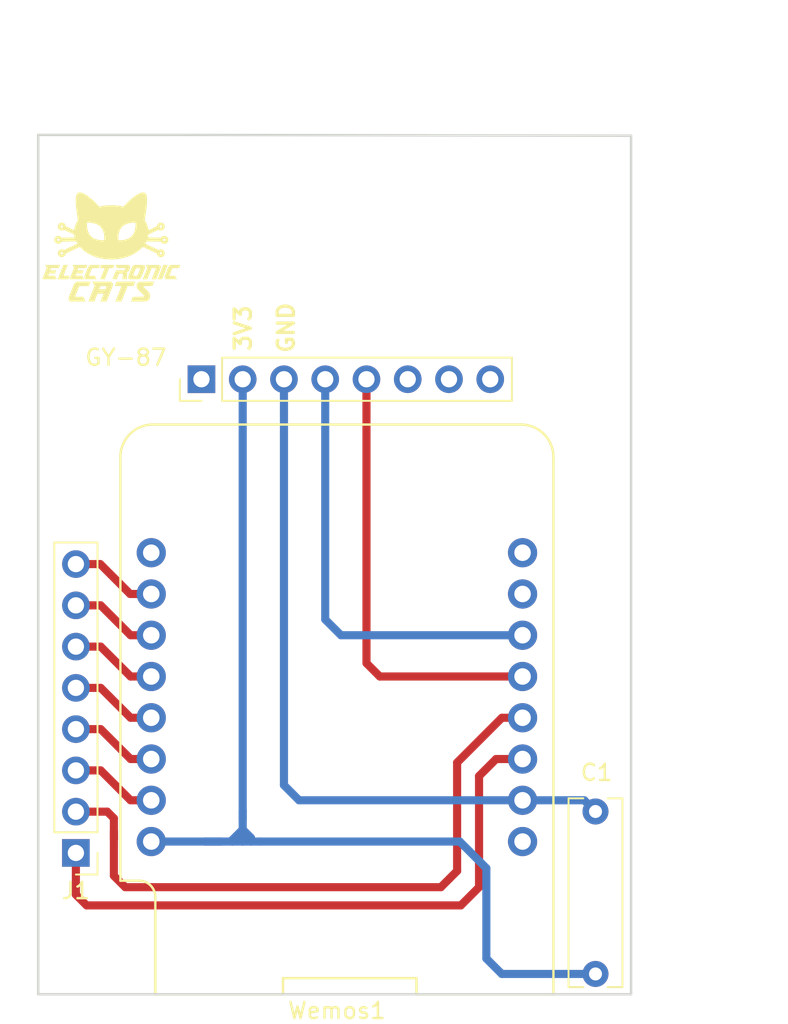
<source format=kicad_pcb>
(kicad_pcb (version 4) (host pcbnew 4.0.7)

  (general
    (links 0)
    (no_connects 0)
    (area 193.299999 52.774999 229.950001 105.825001)
    (thickness 1.6)
    (drawings 11)
    (tracks 67)
    (zones 0)
    (modules 5)
    (nets 21)
  )

  (page A4)
  (layers
    (0 F.Cu signal)
    (31 B.Cu signal)
    (32 B.Adhes user)
    (33 F.Adhes user)
    (34 B.Paste user)
    (35 F.Paste user)
    (36 B.SilkS user)
    (37 F.SilkS user)
    (38 B.Mask user)
    (39 F.Mask user)
    (40 Dwgs.User user)
    (41 Cmts.User user)
    (42 Eco1.User user)
    (43 Eco2.User user)
    (44 Edge.Cuts user)
    (45 Margin user)
    (46 B.CrtYd user)
    (47 F.CrtYd user)
    (48 B.Fab user)
    (49 F.Fab user)
  )

  (setup
    (last_trace_width 0.5)
    (user_trace_width 0.3)
    (user_trace_width 0.5)
    (trace_clearance 0.2)
    (zone_clearance 0.508)
    (zone_45_only no)
    (trace_min 0.2)
    (segment_width 0.2)
    (edge_width 0.15)
    (via_size 0.6)
    (via_drill 0.4)
    (via_min_size 0.4)
    (via_min_drill 0.3)
    (uvia_size 0.3)
    (uvia_drill 0.1)
    (uvias_allowed no)
    (uvia_min_size 0.2)
    (uvia_min_drill 0.1)
    (pcb_text_width 0.3)
    (pcb_text_size 1.5 1.5)
    (mod_edge_width 0.15)
    (mod_text_size 1 1)
    (mod_text_width 0.15)
    (pad_size 1.524 1.524)
    (pad_drill 0.762)
    (pad_to_mask_clearance 0.2)
    (aux_axis_origin 211.375 118.25)
    (grid_origin 211.375 118.25)
    (visible_elements 7FFFFFFF)
    (pcbplotparams
      (layerselection 0x00030_80000001)
      (usegerberextensions false)
      (excludeedgelayer true)
      (linewidth 0.100000)
      (plotframeref false)
      (viasonmask false)
      (mode 1)
      (useauxorigin false)
      (hpglpennumber 1)
      (hpglpenspeed 20)
      (hpglpendiameter 15)
      (hpglpenoverlay 2)
      (psnegative false)
      (psa4output false)
      (plotreference true)
      (plotvalue true)
      (plotinvisibletext false)
      (padsonsilk false)
      (subtractmaskfromsilk false)
      (outputformat 1)
      (mirror false)
      (drillshape 1)
      (scaleselection 1)
      (outputdirectory ""))
  )

  (net 0 "")
  (net 1 "Net-(GY-87-Pad1)")
  (net 2 "Net-(GY-87-Pad6)")
  (net 3 "Net-(GY-87-Pad7)")
  (net 4 "Net-(GY-87-Pad8)")
  (net 5 "Net-(Wemos1-Pad8)")
  (net 6 "Net-(Wemos1-Pad7)")
  (net 7 "Net-(Wemos1-Pad9)")
  (net 8 VCC)
  (net 9 +3V3)
  (net 10 GND)
  (net 11 /D1)
  (net 12 /D2)
  (net 13 /A0)
  (net 14 /D0)
  (net 15 /D8)
  (net 16 /D7)
  (net 17 /D6)
  (net 18 /D5)
  (net 19 /D4)
  (net 20 /D3)

  (net_class Default "Esta es la clase de red por defecto."
    (clearance 0.2)
    (trace_width 0.5)
    (via_dia 0.6)
    (via_drill 0.4)
    (uvia_dia 0.3)
    (uvia_drill 0.1)
    (add_net +3V3)
    (add_net /A0)
    (add_net /D0)
    (add_net /D1)
    (add_net /D2)
    (add_net /D3)
    (add_net /D4)
    (add_net /D5)
    (add_net /D6)
    (add_net /D7)
    (add_net /D8)
    (add_net GND)
    (add_net "Net-(GY-87-Pad1)")
    (add_net "Net-(GY-87-Pad6)")
    (add_net "Net-(GY-87-Pad7)")
    (add_net "Net-(GY-87-Pad8)")
    (add_net "Net-(Wemos1-Pad7)")
    (add_net "Net-(Wemos1-Pad8)")
    (add_net "Net-(Wemos1-Pad9)")
    (add_net VCC)
  )

  (net_class "ElectroniCats Pista" ""
    (clearance 0.2)
    (trace_width 0.3)
    (via_dia 0.6)
    (via_drill 0.4)
    (uvia_dia 0.3)
    (uvia_drill 0.1)
  )

  (net_class "ElectroniCats VCC" ""
    (clearance 0.2)
    (trace_width 0.5)
    (via_dia 0.6)
    (via_drill 0.4)
    (uvia_dia 0.3)
    (uvia_drill 0.1)
  )

  (module Socket_Strips:Socket_Strip_Straight_1x08_Pitch2.54mm (layer F.Cu) (tedit 58CD5446) (tstamp 5A6110B9)
    (at 203.425 67.89 90)
    (descr "Through hole straight socket strip, 1x08, 2.54mm pitch, single row")
    (tags "Through hole socket strip THT 1x08 2.54mm single row")
    (path /5A566F2C)
    (fp_text reference GY-87 (at 1.34 -4.65 360) (layer F.SilkS)
      (effects (font (size 1 1) (thickness 0.15)))
    )
    (fp_text value Conn_01x08 (at -1.56 -4.7 180) (layer F.Fab)
      (effects (font (size 1 1) (thickness 0.15)))
    )
    (fp_line (start -1.27 -1.27) (end -1.27 19.05) (layer F.Fab) (width 0.1))
    (fp_line (start -1.27 19.05) (end 1.27 19.05) (layer F.Fab) (width 0.1))
    (fp_line (start 1.27 19.05) (end 1.27 -1.27) (layer F.Fab) (width 0.1))
    (fp_line (start 1.27 -1.27) (end -1.27 -1.27) (layer F.Fab) (width 0.1))
    (fp_line (start -1.33 1.27) (end -1.33 19.11) (layer F.SilkS) (width 0.12))
    (fp_line (start -1.33 19.11) (end 1.33 19.11) (layer F.SilkS) (width 0.12))
    (fp_line (start 1.33 19.11) (end 1.33 1.27) (layer F.SilkS) (width 0.12))
    (fp_line (start 1.33 1.27) (end -1.33 1.27) (layer F.SilkS) (width 0.12))
    (fp_line (start -1.33 0) (end -1.33 -1.33) (layer F.SilkS) (width 0.12))
    (fp_line (start -1.33 -1.33) (end 0 -1.33) (layer F.SilkS) (width 0.12))
    (fp_line (start -1.8 -1.8) (end -1.8 19.55) (layer F.CrtYd) (width 0.05))
    (fp_line (start -1.8 19.55) (end 1.8 19.55) (layer F.CrtYd) (width 0.05))
    (fp_line (start 1.8 19.55) (end 1.8 -1.8) (layer F.CrtYd) (width 0.05))
    (fp_line (start 1.8 -1.8) (end -1.8 -1.8) (layer F.CrtYd) (width 0.05))
    (fp_text user %R (at -0.21 -4.85 180) (layer F.Fab)
      (effects (font (size 1 1) (thickness 0.15)))
    )
    (pad 1 thru_hole rect (at 0 0 90) (size 1.7 1.7) (drill 1) (layers *.Cu *.Mask)
      (net 1 "Net-(GY-87-Pad1)"))
    (pad 2 thru_hole oval (at 0 2.54 90) (size 1.7 1.7) (drill 1) (layers *.Cu *.Mask)
      (net 9 +3V3))
    (pad 3 thru_hole oval (at 0 5.08 90) (size 1.7 1.7) (drill 1) (layers *.Cu *.Mask)
      (net 10 GND))
    (pad 4 thru_hole oval (at 0 7.62 90) (size 1.7 1.7) (drill 1) (layers *.Cu *.Mask)
      (net 11 /D1))
    (pad 5 thru_hole oval (at 0 10.16 90) (size 1.7 1.7) (drill 1) (layers *.Cu *.Mask)
      (net 12 /D2))
    (pad 6 thru_hole oval (at 0 12.7 90) (size 1.7 1.7) (drill 1) (layers *.Cu *.Mask)
      (net 2 "Net-(GY-87-Pad6)"))
    (pad 7 thru_hole oval (at 0 15.24 90) (size 1.7 1.7) (drill 1) (layers *.Cu *.Mask)
      (net 3 "Net-(GY-87-Pad7)"))
    (pad 8 thru_hole oval (at 0 17.78 90) (size 1.7 1.7) (drill 1) (layers *.Cu *.Mask)
      (net 4 "Net-(GY-87-Pad8)"))
    (model ${KISYS3DMOD}/Socket_Strips.3dshapes/Socket_Strip_Straight_1x08_Pitch2.54mm.wrl
      (at (xyz 0 -0.35 0))
      (scale (xyz 1 1 1))
      (rotate (xyz 0 0 270))
    )
  )

  (module Socket_Strips:Socket_Strip_Straight_1x08_Pitch2.54mm (layer F.Cu) (tedit 58CD5446) (tstamp 5A6110C5)
    (at 195.695 97.05 180)
    (descr "Through hole straight socket strip, 1x08, 2.54mm pitch, single row")
    (tags "Through hole socket strip THT 1x08 2.54mm single row")
    (path /5A57AB39)
    (fp_text reference J1 (at 0 -2.33 180) (layer F.SilkS)
      (effects (font (size 1 1) (thickness 0.15)))
    )
    (fp_text value Conn_01x08 (at 0 20.11 180) (layer F.Fab)
      (effects (font (size 1 1) (thickness 0.15)))
    )
    (fp_line (start -1.27 -1.27) (end -1.27 19.05) (layer F.Fab) (width 0.1))
    (fp_line (start -1.27 19.05) (end 1.27 19.05) (layer F.Fab) (width 0.1))
    (fp_line (start 1.27 19.05) (end 1.27 -1.27) (layer F.Fab) (width 0.1))
    (fp_line (start 1.27 -1.27) (end -1.27 -1.27) (layer F.Fab) (width 0.1))
    (fp_line (start -1.33 1.27) (end -1.33 19.11) (layer F.SilkS) (width 0.12))
    (fp_line (start -1.33 19.11) (end 1.33 19.11) (layer F.SilkS) (width 0.12))
    (fp_line (start 1.33 19.11) (end 1.33 1.27) (layer F.SilkS) (width 0.12))
    (fp_line (start 1.33 1.27) (end -1.33 1.27) (layer F.SilkS) (width 0.12))
    (fp_line (start -1.33 0) (end -1.33 -1.33) (layer F.SilkS) (width 0.12))
    (fp_line (start -1.33 -1.33) (end 0 -1.33) (layer F.SilkS) (width 0.12))
    (fp_line (start -1.8 -1.8) (end -1.8 19.55) (layer F.CrtYd) (width 0.05))
    (fp_line (start -1.8 19.55) (end 1.8 19.55) (layer F.CrtYd) (width 0.05))
    (fp_line (start 1.8 19.55) (end 1.8 -1.8) (layer F.CrtYd) (width 0.05))
    (fp_line (start 1.8 -1.8) (end -1.8 -1.8) (layer F.CrtYd) (width 0.05))
    (fp_text user %R (at 0 -2.33 180) (layer F.Fab)
      (effects (font (size 1 1) (thickness 0.15)))
    )
    (pad 1 thru_hole rect (at 0 0 180) (size 1.7 1.7) (drill 1) (layers *.Cu *.Mask)
      (net 19 /D4))
    (pad 2 thru_hole oval (at 0 2.54 180) (size 1.7 1.7) (drill 1) (layers *.Cu *.Mask)
      (net 20 /D3))
    (pad 3 thru_hole oval (at 0 5.08 180) (size 1.7 1.7) (drill 1) (layers *.Cu *.Mask)
      (net 15 /D8))
    (pad 4 thru_hole oval (at 0 7.62 180) (size 1.7 1.7) (drill 1) (layers *.Cu *.Mask)
      (net 16 /D7))
    (pad 5 thru_hole oval (at 0 10.16 180) (size 1.7 1.7) (drill 1) (layers *.Cu *.Mask)
      (net 17 /D6))
    (pad 6 thru_hole oval (at 0 12.7 180) (size 1.7 1.7) (drill 1) (layers *.Cu *.Mask)
      (net 18 /D5))
    (pad 7 thru_hole oval (at 0 15.24 180) (size 1.7 1.7) (drill 1) (layers *.Cu *.Mask)
      (net 14 /D0))
    (pad 8 thru_hole oval (at 0 17.78 180) (size 1.7 1.7) (drill 1) (layers *.Cu *.Mask)
      (net 13 /A0))
    (model ${KISYS3DMOD}/Socket_Strips.3dshapes/Socket_Strip_Straight_1x08_Pitch2.54mm.wrl
      (at (xyz 0 -0.35 0))
      (scale (xyz 1 1 1))
      (rotate (xyz 0 0 270))
    )
  )

  (module wemos-d1-mini:wemos-d1-mini-connectors-only (layer F.Cu) (tedit 58B56BF5) (tstamp 5A6110D9)
    (at 211.765 87.46 90)
    (path /5A53C41B)
    (fp_text reference Wemos1 (at -19.3 0 180) (layer F.SilkS)
      (effects (font (size 1 1) (thickness 0.15)))
    )
    (fp_text value WeMos_mini (at 0 0 90) (layer F.Fab)
      (effects (font (size 1 1) (thickness 0.15)))
    )
    (fp_line (start -18.3 13.33) (end 14.78 13.33) (layer F.SilkS) (width 0.15))
    (fp_line (start 16.78 11.33) (end 16.78 -11.33) (layer F.SilkS) (width 0.15))
    (fp_line (start 14.78 -13.33) (end -11.3 -13.33) (layer F.SilkS) (width 0.15))
    (fp_line (start -18.3 -11.18) (end -18.3 -3.32) (layer F.SilkS) (width 0.15))
    (fp_line (start -18.3 -3.32) (end -17.3 -3.32) (layer F.SilkS) (width 0.15))
    (fp_line (start -17.3 -3.32) (end -17.3 4.9) (layer F.SilkS) (width 0.15))
    (fp_line (start -17.3 4.9) (end -18.3 4.9) (layer F.SilkS) (width 0.15))
    (fp_line (start -18.3 4.9) (end -18.3 13.329999) (layer F.SilkS) (width 0.15))
    (fp_line (start -11.48 -13.5) (end 14.85 -13.5) (layer F.CrtYd) (width 0.05))
    (fp_line (start 16.94 -11.5) (end 16.94 11.5) (layer F.CrtYd) (width 0.05))
    (fp_line (start 14.94 13.5) (end -18.46 13.5) (layer F.CrtYd) (width 0.05))
    (fp_line (start -18.46 13.5) (end -18.46 -11.33) (layer F.CrtYd) (width 0.05))
    (fp_arc (start 14.78 -11.33) (end 14.78 -13.33) (angle 90) (layer F.SilkS) (width 0.15))
    (fp_arc (start 14.78 11.33) (end 16.78 11.33) (angle 90) (layer F.SilkS) (width 0.15))
    (fp_arc (start 14.94 11.5) (end 16.94 11.5) (angle 90) (layer F.CrtYd) (width 0.05))
    (fp_arc (start 14.94 -11.5) (end 14.85 -13.5) (angle 92.57657183) (layer F.CrtYd) (width 0.05))
    (fp_line (start -18.3 -11.18) (end -12.3 -11.18) (layer F.SilkS) (width 0.15))
    (fp_arc (start -12.3 -12.18) (end -11.3 -12.18) (angle 90) (layer F.SilkS) (width 0.15))
    (fp_line (start -11.3 -12.17) (end -11.3 -13.33) (layer F.SilkS) (width 0.15))
    (fp_line (start -11.3 -13.33) (end -11.3 -13.33) (layer F.SilkS) (width 0.15))
    (fp_line (start -11.48 -13.5) (end -11.48 -12.33) (layer F.CrtYd) (width 0.05))
    (fp_line (start -18.46 -11.33) (end -12.48 -11.33) (layer F.CrtYd) (width 0.05))
    (fp_arc (start -12.48 -12.33) (end -11.48 -12.33) (angle 90) (layer F.CrtYd) (width 0.05))
    (pad 16 thru_hole circle (at -8.89 -11.43 90) (size 1.8 1.8) (drill 1.016) (layers *.Cu *.Mask)
      (net 9 +3V3))
    (pad 1 thru_hole circle (at -8.89 11.43 90) (size 1.8 1.8) (drill 1.016) (layers *.Cu *.Mask)
      (net 8 VCC))
    (pad 15 thru_hole circle (at -6.35 -11.43 90) (size 1.8 1.8) (drill 1.016) (layers *.Cu *.Mask)
      (net 15 /D8))
    (pad 2 thru_hole circle (at -6.35 11.43 90) (size 1.8 1.8) (drill 1.016) (layers *.Cu *.Mask)
      (net 10 GND))
    (pad 14 thru_hole circle (at -3.81 -11.43 90) (size 1.8 1.8) (drill 1.016) (layers *.Cu *.Mask)
      (net 16 /D7))
    (pad 3 thru_hole circle (at -3.81 11.43 90) (size 1.8 1.8) (drill 1.016) (layers *.Cu *.Mask)
      (net 19 /D4))
    (pad 13 thru_hole circle (at -1.27 -11.43 90) (size 1.8 1.8) (drill 1.016) (layers *.Cu *.Mask)
      (net 17 /D6))
    (pad 4 thru_hole circle (at -1.27 11.43 90) (size 1.8 1.8) (drill 1.016) (layers *.Cu *.Mask)
      (net 20 /D3))
    (pad 12 thru_hole circle (at 1.27 -11.43 90) (size 1.8 1.8) (drill 1.016) (layers *.Cu *.Mask)
      (net 18 /D5))
    (pad 5 thru_hole circle (at 1.27 11.43 90) (size 1.8 1.8) (drill 1.016) (layers *.Cu *.Mask)
      (net 12 /D2))
    (pad 11 thru_hole circle (at 3.81 -11.43 90) (size 1.8 1.8) (drill 1.016) (layers *.Cu *.Mask)
      (net 14 /D0))
    (pad 6 thru_hole circle (at 3.81 11.43 90) (size 1.8 1.8) (drill 1.016) (layers *.Cu *.Mask)
      (net 11 /D1))
    (pad 10 thru_hole circle (at 6.35 -11.43 90) (size 1.8 1.8) (drill 1.016) (layers *.Cu *.Mask)
      (net 13 /A0))
    (pad 7 thru_hole circle (at 6.35 11.43 90) (size 1.8 1.8) (drill 1.016) (layers *.Cu *.Mask)
      (net 6 "Net-(Wemos1-Pad7)"))
    (pad 9 thru_hole circle (at 8.89 -11.43 90) (size 1.8 1.8) (drill 1.016) (layers *.Cu *.Mask)
      (net 7 "Net-(Wemos1-Pad9)"))
    (pad 8 thru_hole circle (at 8.89 11.43 90) (size 1.8 1.8) (drill 1.016) (layers *.Cu *.Mask)
      (net 5 "Net-(Wemos1-Pad8)"))
    (model ${KIPRJMOD}/3dshapes/wemos_d1_mini.3dshapes/SLW-108-01-G-S.wrl
      (at (xyz 0 -0.4488188976377953 0))
      (scale (xyz 0.3937 0.3937 0.3937))
      (rotate (xyz -90 0 0))
    )
    (model ${KIPRJMOD}/3dshapes/wemos_d1_mini.3dshapes/SLW-108-01-G-S.wrl
      (at (xyz 0 0.4488188976377953 0))
      (scale (xyz 0.3937 0.3937 0.3937))
      (rotate (xyz -90 0 0))
    )
    (model ${KIPRJMOD}/3dshapes/wemos_d1_mini.3dshapes/TSW-108-05-G-S.wrl
      (at (xyz 0 -0.4488188976377953 0.2874015748031496))
      (scale (xyz 0.3937 0.3937 0.3937))
      (rotate (xyz 90 0 0))
    )
    (model ${KIPRJMOD}/3dshapes/wemos_d1_mini.3dshapes/TSW-108-05-G-S.wrl
      (at (xyz 0 0.4488188976377953 0.2874015748031496))
      (scale (xyz 0.3937 0.3937 0.3937))
      (rotate (xyz 90 0 0))
    )
  )

  (module Capacitors_THT:C_Rect_L11.5mm_W3.2mm_P10.00mm_MKT (layer F.Cu) (tedit 597BC7C2) (tstamp 5A6114F5)
    (at 227.685 104.5 90)
    (descr "C, Rect series, Radial, pin pitch=10.00mm, , length*width=11.5*3.2mm^2, Capacitor, https://en.tdk.eu/inf/20/20/db/fc_2009/MKT_B32560_564.pdf")
    (tags "C Rect series Radial pin pitch 10.00mm  length 11.5mm width 3.2mm Capacitor")
    (path /5A61147F)
    (fp_text reference C1 (at 12.4 0.07 180) (layer F.SilkS)
      (effects (font (size 1 1) (thickness 0.15)))
    )
    (fp_text value 0.1uF (at 5 2.91 90) (layer F.Fab)
      (effects (font (size 1 1) (thickness 0.15)))
    )
    (fp_line (start -0.75 -1.6) (end -0.75 1.6) (layer F.Fab) (width 0.1))
    (fp_line (start -0.75 1.6) (end 10.75 1.6) (layer F.Fab) (width 0.1))
    (fp_line (start 10.75 1.6) (end 10.75 -1.6) (layer F.Fab) (width 0.1))
    (fp_line (start 10.75 -1.6) (end -0.75 -1.6) (layer F.Fab) (width 0.1))
    (fp_line (start -0.81 -1.66) (end 10.81 -1.66) (layer F.SilkS) (width 0.12))
    (fp_line (start -0.81 1.66) (end 10.81 1.66) (layer F.SilkS) (width 0.12))
    (fp_line (start -0.81 -1.66) (end -0.81 -0.75) (layer F.SilkS) (width 0.12))
    (fp_line (start -0.81 0.75) (end -0.81 1.66) (layer F.SilkS) (width 0.12))
    (fp_line (start 10.81 -1.66) (end 10.81 -0.75) (layer F.SilkS) (width 0.12))
    (fp_line (start 10.81 0.75) (end 10.81 1.66) (layer F.SilkS) (width 0.12))
    (fp_line (start -1.1 -1.95) (end -1.1 1.95) (layer F.CrtYd) (width 0.05))
    (fp_line (start -1.1 1.95) (end 11.1 1.95) (layer F.CrtYd) (width 0.05))
    (fp_line (start 11.1 1.95) (end 11.1 -1.95) (layer F.CrtYd) (width 0.05))
    (fp_line (start 11.1 -1.95) (end -1.1 -1.95) (layer F.CrtYd) (width 0.05))
    (fp_text user %R (at 5 0 90) (layer F.Fab)
      (effects (font (size 1 1) (thickness 0.15)))
    )
    (pad 1 thru_hole circle (at 0 0 90) (size 1.6 1.6) (drill 0.8) (layers *.Cu *.Mask)
      (net 9 +3V3))
    (pad 2 thru_hole circle (at 10 0 90) (size 1.6 1.6) (drill 0.8) (layers *.Cu *.Mask)
      (net 10 GND))
    (model ${KISYS3DMOD}/Capacitors_THT.3dshapes/C_Rect_L11.5mm_W3.2mm_P10.00mm_MKT.wrl
      (at (xyz 0 0 0))
      (scale (xyz 1 1 1))
      (rotate (xyz 0 0 0))
    )
  )

  (module TIH:electronic_cats_logo_8x6 (layer F.Cu) (tedit 0) (tstamp 5A613AE0)
    (at 197.875 59.75)
    (fp_text reference G*** (at 0 0) (layer F.SilkS) hide
      (effects (font (thickness 0.3)))
    )
    (fp_text value LOGO (at 0.75 0) (layer F.SilkS) hide
      (effects (font (thickness 0.3)))
    )
    (fp_poly (pts (xy -1.511952 2.134469) (xy -1.457322 2.134584) (xy -1.408721 2.134798) (xy -1.367028 2.135106)
      (xy -1.333123 2.135503) (xy -1.307886 2.135985) (xy -1.292197 2.136546) (xy -1.286933 2.137166)
      (xy -1.288907 2.144025) (xy -1.294337 2.159457) (xy -1.302488 2.181556) (xy -1.312625 2.208412)
      (xy -1.324012 2.238118) (xy -1.335914 2.268766) (xy -1.347595 2.298447) (xy -1.358321 2.325254)
      (xy -1.367355 2.347279) (xy -1.373007 2.360481) (xy -1.38977 2.398273) (xy -1.650207 2.399992)
      (xy -1.711234 2.400408) (xy -1.762016 2.400814) (xy -1.8036 2.401261) (xy -1.837031 2.4018)
      (xy -1.863353 2.402483) (xy -1.883612 2.40336) (xy -1.898852 2.404484) (xy -1.910119 2.405905)
      (xy -1.918458 2.407675) (xy -1.924914 2.409846) (xy -1.930531 2.412467) (xy -1.933222 2.413894)
      (xy -1.956584 2.429106) (xy -1.976812 2.448526) (xy -1.995034 2.473783) (xy -2.012374 2.50651)
      (xy -2.029956 2.548336) (xy -2.034811 2.561185) (xy -2.042642 2.581822) (xy -2.05406 2.611251)
      (xy -2.068405 2.647803) (xy -2.085019 2.689812) (xy -2.10324 2.735608) (xy -2.122411 2.783525)
      (xy -2.141384 2.830688) (xy -2.159759 2.876395) (xy -2.17689 2.91931) (xy -2.192288 2.958193)
      (xy -2.205469 2.991804) (xy -2.215947 3.018901) (xy -2.223235 3.038245) (xy -2.226848 3.048595)
      (xy -2.227072 3.049411) (xy -2.23078 3.064933) (xy -1.728641 3.064933) (xy -1.673661 3.182055)
      (xy -1.657155 3.217406) (xy -1.641663 3.250935) (xy -1.628047 3.280746) (xy -1.617171 3.304946)
      (xy -1.609898 3.32164) (xy -1.608112 3.325988) (xy -1.597543 3.3528) (xy -2.064538 3.35255)
      (xy -2.148085 3.352497) (xy -2.221092 3.352423) (xy -2.284306 3.352311) (xy -2.338477 3.352143)
      (xy -2.384352 3.351902) (xy -2.422681 3.351572) (xy -2.454211 3.351135) (xy -2.479691 3.350574)
      (xy -2.499869 3.349872) (xy -2.515493 3.349012) (xy -2.527313 3.347977) (xy -2.536076 3.346749)
      (xy -2.542531 3.345313) (xy -2.547426 3.34365) (xy -2.55151 3.341743) (xy -2.552122 3.341423)
      (xy -2.581872 3.319531) (xy -2.60532 3.289458) (xy -2.621536 3.252954) (xy -2.629586 3.211767)
      (xy -2.630311 3.194633) (xy -2.628535 3.169238) (xy -2.623056 3.138459) (xy -2.613648 3.101603)
      (xy -2.600085 3.057977) (xy -2.58214 3.006886) (xy -2.559587 2.947637) (xy -2.532201 2.879535)
      (xy -2.510929 2.828358) (xy -2.494754 2.789239) (xy -2.476975 2.745214) (xy -2.459384 2.700785)
      (xy -2.443774 2.660451) (xy -2.438575 2.646709) (xy -2.413265 2.580405) (xy -2.387347 2.514678)
      (xy -2.361711 2.451694) (xy -2.33725 2.393617) (xy -2.314854 2.342615) (xy -2.301271 2.313103)
      (xy -2.27273 2.260395) (xy -2.241285 2.217763) (xy -2.205995 2.184165) (xy -2.165919 2.15856)
      (xy -2.158286 2.154796) (xy -2.119489 2.136422) (xy -1.703211 2.134772) (xy -1.635776 2.134558)
      (xy -1.57173 2.134459) (xy -1.511952 2.134469)) (layer F.SilkS) (width 0.01))
    (fp_poly (pts (xy -0.758396 2.134512) (xy -0.668554 2.134699) (xy -0.594078 2.134912) (xy -0.50221 2.135213)
      (xy -0.420943 2.135513) (xy -0.349591 2.135826) (xy -0.287464 2.136166) (xy -0.233876 2.136545)
      (xy -0.188139 2.136978) (xy -0.149566 2.137477) (xy -0.117469 2.138056) (xy -0.09116 2.138729)
      (xy -0.069952 2.139509) (xy -0.053158 2.14041) (xy -0.040089 2.141445) (xy -0.030058 2.142628)
      (xy -0.022378 2.143971) (xy -0.016362 2.14549) (xy -0.013865 2.146284) (xy 0.022439 2.164287)
      (xy 0.052406 2.190922) (xy 0.075079 2.224894) (xy 0.089502 2.26491) (xy 0.093857 2.291918)
      (xy 0.094487 2.313724) (xy 0.092427 2.338488) (xy 0.087413 2.367055) (xy 0.079176 2.400274)
      (xy 0.067453 2.438988) (xy 0.051978 2.484046) (xy 0.032483 2.536293) (xy 0.008705 2.596575)
      (xy -0.019624 2.665738) (xy -0.035423 2.703546) (xy -0.048183 2.734323) (xy -0.064329 2.77391)
      (xy -0.083174 2.820588) (xy -0.10403 2.87264) (xy -0.126212 2.928347) (xy -0.149031 2.985991)
      (xy -0.171802 3.043853) (xy -0.188885 3.087511) (xy -0.291302 3.349977) (xy -0.473029 3.351467)
      (xy -0.528061 3.351747) (xy -0.573708 3.351616) (xy -0.609582 3.351083) (xy -0.635294 3.350157)
      (xy -0.650453 3.348847) (xy -0.654756 3.347387) (xy -0.652752 3.34111) (xy -0.647025 3.325444)
      (xy -0.638001 3.301501) (xy -0.626105 3.270391) (xy -0.611763 3.233223) (xy -0.595402 3.191109)
      (xy -0.577446 3.145159) (xy -0.566513 3.117297) (xy -0.547726 3.069431) (xy -0.530179 3.024594)
      (xy -0.514314 2.983926) (xy -0.500573 2.948565) (xy -0.489397 2.919652) (xy -0.48123 2.898324)
      (xy -0.476513 2.885722) (xy -0.475543 2.8829) (xy -0.47539 2.880223) (xy -0.477298 2.878077)
      (xy -0.482369 2.876404) (xy -0.491702 2.875146) (xy -0.506399 2.874243) (xy -0.527559 2.873638)
      (xy -0.556284 2.873272) (xy -0.593673 2.873088) (xy -0.640827 2.873025) (xy -0.661801 2.873022)
      (xy -0.850785 2.873022) (xy -0.882147 2.947811) (xy -0.893122 2.974256) (xy -0.907257 3.008736)
      (xy -0.923555 3.048791) (xy -0.941017 3.091961) (xy -0.958644 3.135785) (xy -0.970726 3.165987)
      (xy -0.986366 3.204964) (xy -1.001209 3.241542) (xy -1.014579 3.274091) (xy -1.025802 3.300981)
      (xy -1.034204 3.320583) (xy -1.039019 3.331087) (xy -1.050096 3.3528) (xy -1.227782 3.3528)
      (xy -1.283252 3.35262) (xy -1.328714 3.352088) (xy -1.363898 3.351212) (xy -1.388536 3.350001)
      (xy -1.402359 3.348463) (xy -1.405467 3.34711) (xy -1.403423 3.341084) (xy -1.397541 3.325526)
      (xy -1.388197 3.30138) (xy -1.375767 3.269587) (xy -1.360626 3.231091) (xy -1.34315 3.186833)
      (xy -1.323714 3.137755) (xy -1.302694 3.084801) (xy -1.280466 3.028912) (xy -1.257405 2.97103)
      (xy -1.233886 2.912098) (xy -1.210286 2.853059) (xy -1.18698 2.794854) (xy -1.164343 2.738426)
      (xy -1.142751 2.684717) (xy -1.122581 2.634669) (xy -1.111751 2.607883) (xy -0.745026 2.607883)
      (xy -0.554547 2.606397) (xy -0.364067 2.604911) (xy -0.346131 2.568222) (xy -0.335166 2.543332)
      (xy -0.323986 2.514029) (xy -0.315429 2.488002) (xy -0.309109 2.464971) (xy -0.306297 2.449677)
      (xy -0.306699 2.439226) (xy -0.309718 2.431291) (xy -0.314536 2.422989) (xy -0.319973 2.416398)
      (xy -0.327319 2.411303) (xy -0.337864 2.40749) (xy -0.352898 2.404743) (xy -0.37371 2.402849)
      (xy -0.401592 2.401592) (xy -0.437831 2.400759) (xy -0.48372 2.400135) (xy -0.498007 2.399973)
      (xy -0.654525 2.398236) (xy -0.665891 2.416907) (xy -0.674267 2.432917) (xy -0.685776 2.458318)
      (xy -0.699878 2.491828) (xy -0.71603 2.532163) (xy -0.731603 2.57253) (xy -0.745026 2.607883)
      (xy -1.111751 2.607883) (xy -1.104206 2.589225) (xy -1.088003 2.549328) (xy -1.074348 2.515918)
      (xy -1.068503 2.501723) (xy -1.025872 2.398535) (xy -1.085847 2.272203) (xy -1.102384 2.237124)
      (xy -1.117174 2.205275) (xy -1.129559 2.178116) (xy -1.138878 2.157109) (xy -1.14447 2.143712)
      (xy -1.145822 2.139525) (xy -1.142579 2.138408) (xy -1.132569 2.137437) (xy -1.11537 2.136609)
      (xy -1.090564 2.13592) (xy -1.057729 2.135366) (xy -1.016444 2.134945) (xy -0.966289 2.134653)
      (xy -0.906843 2.134485) (xy -0.837685 2.13444) (xy -0.758396 2.134512)) (layer F.SilkS) (width 0.01))
    (fp_poly (pts (xy 1.005374 2.133101) (xy 1.072832 2.133233) (xy 1.137829 2.133459) (xy 1.199452 2.13378)
      (xy 1.256786 2.134198) (xy 1.308917 2.134713) (xy 1.35493 2.135326) (xy 1.393912 2.136038)
      (xy 1.424947 2.13685) (xy 1.447123 2.137762) (xy 1.459524 2.138777) (xy 1.461911 2.139498)
      (xy 1.459955 2.146219) (xy 1.454462 2.161933) (xy 1.445993 2.185116) (xy 1.435111 2.214244)
      (xy 1.422378 2.247792) (xy 1.413028 2.272143) (xy 1.364145 2.398888) (xy 1.010546 2.398888)
      (xy 0.995454 2.428522) (xy 0.988093 2.444315) (xy 0.977915 2.467989) (xy 0.966042 2.496847)
      (xy 0.953596 2.528188) (xy 0.947939 2.542822) (xy 0.933802 2.579324) (xy 0.918042 2.619348)
      (xy 0.902408 2.658488) (xy 0.88865 2.692339) (xy 0.886295 2.698044) (xy 0.878575 2.716927)
      (xy 0.867221 2.745035) (xy 0.852744 2.781092) (xy 0.835652 2.823824) (xy 0.816455 2.871953)
      (xy 0.795661 2.924203) (xy 0.773781 2.9793) (xy 0.751324 3.035967) (xy 0.742095 3.059288)
      (xy 0.627116 3.349977) (xy 0.254534 3.352951) (xy 0.26003 3.337353) (xy 0.262913 3.329863)
      (xy 0.269678 3.312678) (xy 0.280011 3.286583) (xy 0.293599 3.252364) (xy 0.310129 3.210807)
      (xy 0.32929 3.162698) (xy 0.350767 3.108822) (xy 0.374248 3.049965) (xy 0.399419 2.986912)
      (xy 0.425969 2.920449) (xy 0.44831 2.864555) (xy 0.475575 2.796237) (xy 0.50155 2.730915)
      (xy 0.52594 2.669347) (xy 0.548447 2.612294) (xy 0.568775 2.560515) (xy 0.586627 2.51477)
      (xy 0.601707 2.475819) (xy 0.613717 2.444422) (xy 0.622362 2.421338) (xy 0.627345 2.407327)
      (xy 0.628481 2.403122) (xy 0.622431 2.402149) (xy 0.606372 2.401255) (xy 0.581587 2.400466)
      (xy 0.549357 2.399809) (xy 0.510961 2.399309) (xy 0.467682 2.398994) (xy 0.42262 2.398888)
      (xy 0.219372 2.398888) (xy 0.223231 2.386188) (xy 0.22599 2.378292) (xy 0.232035 2.361676)
      (xy 0.240676 2.33819) (xy 0.251227 2.309682) (xy 0.263 2.278001) (xy 0.275307 2.244993)
      (xy 0.287461 2.212509) (xy 0.298773 2.182394) (xy 0.308556 2.156499) (xy 0.314593 2.140655)
      (xy 0.320502 2.139562) (xy 0.336749 2.13855) (xy 0.362421 2.13762) (xy 0.396604 2.136774)
      (xy 0.438383 2.136013) (xy 0.486844 2.135336) (xy 0.541073 2.134746) (xy 0.600155 2.134242)
      (xy 0.663176 2.133827) (xy 0.729223 2.1335) (xy 0.79738 2.133263) (xy 0.866734 2.133117)
      (xy 0.93637 2.133063) (xy 1.005374 2.133101)) (layer F.SilkS) (width 0.01))
    (fp_poly (pts (xy 2.448718 2.134699) (xy 2.498882 2.134872) (xy 2.542225 2.135141) (xy 2.577884 2.135501)
      (xy 2.604996 2.135947) (xy 2.622699 2.136477) (xy 2.630131 2.137084) (xy 2.630311 2.137201)
      (xy 2.62831 2.143399) (xy 2.622704 2.158536) (xy 2.614083 2.181072) (xy 2.60304 2.209467)
      (xy 2.590167 2.242181) (xy 2.583022 2.260198) (xy 2.56922 2.294975) (xy 2.556707 2.326623)
      (xy 2.546129 2.353502) (xy 2.538131 2.37397) (xy 2.533358 2.386386) (xy 2.532399 2.389011)
      (xy 2.530996 2.391373) (xy 2.527873 2.393327) (xy 2.522043 2.394912) (xy 2.512522 2.396166)
      (xy 2.498323 2.397127) (xy 2.478463 2.397835) (xy 2.451955 2.398327) (xy 2.417813 2.398642)
      (xy 2.375054 2.398818) (xy 2.322691 2.398895) (xy 2.279121 2.398909) (xy 2.219298 2.398936)
      (xy 2.169712 2.399033) (xy 2.129314 2.399244) (xy 2.097053 2.399611) (xy 2.071877 2.400177)
      (xy 2.052737 2.400985) (xy 2.038581 2.402077) (xy 2.028359 2.403497) (xy 2.021019 2.405286)
      (xy 2.015512 2.407489) (xy 2.011337 2.409809) (xy 1.998349 2.419648) (xy 1.991059 2.430579)
      (xy 1.989911 2.443428) (xy 1.995348 2.459019) (xy 2.007812 2.478176) (xy 2.027746 2.501723)
      (xy 2.055594 2.530485) (xy 2.091798 2.565286) (xy 2.098016 2.571115) (xy 2.1458 2.616648)
      (xy 2.190644 2.661052) (xy 2.231397 2.703113) (xy 2.266912 2.741615) (xy 2.296037 2.775346)
      (xy 2.317622 2.803089) (xy 2.317657 2.803137) (xy 2.341533 2.844299) (xy 2.360277 2.892812)
      (xy 2.372771 2.945471) (xy 2.376156 2.970642) (xy 2.378329 3.020326) (xy 2.375437 3.071146)
      (xy 2.367947 3.120341) (xy 2.356327 3.165147) (xy 2.341046 3.202802) (xy 2.334956 3.213721)
      (xy 2.310784 3.24584) (xy 2.279356 3.276773) (xy 2.244477 3.303086) (xy 2.221144 3.316387)
      (xy 2.208052 3.322798) (xy 2.196218 3.328409) (xy 2.184833 3.333274) (xy 2.173086 3.337445)
      (xy 2.160167 3.340976) (xy 2.145266 3.343921) (xy 2.127571 3.346332) (xy 2.106272 3.348262)
      (xy 2.08056 3.349766) (xy 2.049623 3.350895) (xy 2.012651 3.351704) (xy 1.968834 3.352246)
      (xy 1.917362 3.352573) (xy 1.857423 3.352739) (xy 1.788208 3.352797) (xy 1.708906 3.352801)
      (xy 1.666747 3.3528) (xy 1.594682 3.352739) (xy 1.526568 3.352563) (xy 1.463201 3.35228)
      (xy 1.405379 3.351899) (xy 1.353898 3.351428) (xy 1.309552 3.350878) (xy 1.27314 3.350255)
      (xy 1.245456 3.34957) (xy 1.227297 3.348831) (xy 1.21946 3.348046) (xy 1.2192 3.347872)
      (xy 1.221152 3.341476) (xy 1.226652 3.326001) (xy 1.235162 3.302889) (xy 1.246145 3.273587)
      (xy 1.259066 3.239537) (xy 1.272167 3.205349) (xy 1.325134 3.067755) (xy 1.652011 3.064933)
      (xy 1.721307 3.064315) (xy 1.780207 3.063731) (xy 1.829605 3.063145) (xy 1.870393 3.062526)
      (xy 1.903464 3.061838) (xy 1.929712 3.061047) (xy 1.950029 3.060121) (xy 1.965308 3.059024)
      (xy 1.976443 3.057723) (xy 1.984326 3.056184) (xy 1.98985 3.054374) (xy 1.993909 3.052258)
      (xy 1.994412 3.051934) (xy 2.009185 3.039945) (xy 2.01722 3.026989) (xy 2.018137 3.012156)
      (xy 2.011556 2.994535) (xy 1.997094 2.973217) (xy 1.974372 2.94729) (xy 1.943007 2.915846)
      (xy 1.933759 2.907004) (xy 1.911102 2.885292) (xy 1.882361 2.857429) (xy 1.849419 2.825258)
      (xy 1.81416 2.790624) (xy 1.778467 2.755373) (xy 1.746442 2.723559) (xy 1.708074 2.685015)
      (xy 1.67704 2.6531) (xy 1.652402 2.626766) (xy 1.633217 2.604965) (xy 1.618546 2.58665)
      (xy 1.607447 2.570771) (xy 1.603385 2.56417) (xy 1.580849 2.520884) (xy 1.566521 2.480088)
      (xy 1.559294 2.437894) (xy 1.557867 2.404308) (xy 1.5616 2.34441) (xy 1.573001 2.292628)
      (xy 1.592369 2.248523) (xy 1.620001 2.211657) (xy 1.656198 2.181593) (xy 1.701258 2.157893)
      (xy 1.734289 2.146046) (xy 1.740937 2.144331) (xy 1.749505 2.14283) (xy 1.76077 2.141522)
      (xy 1.775509 2.14039) (xy 1.7945 2.139416) (xy 1.818521 2.13858) (xy 1.84835 2.137865)
      (xy 1.884763 2.137252) (xy 1.928538 2.136722) (xy 1.980454 2.136256) (xy 2.041288 2.135838)
      (xy 2.111817 2.135447) (xy 2.192818 2.135065) (xy 2.1971 2.135046) (xy 2.265924 2.134795)
      (xy 2.331376 2.134656) (xy 2.392596 2.134626) (xy 2.448718 2.134699)) (layer F.SilkS) (width 0.01))
    (fp_poly (pts (xy -2.688812 1.118905) (xy -2.691443 1.126336) (xy -2.697869 1.143309) (xy -2.707718 1.168875)
      (xy -2.720621 1.202084) (xy -2.736206 1.241987) (xy -2.754101 1.287633) (xy -2.773937 1.338074)
      (xy -2.795343 1.392359) (xy -2.817946 1.449538) (xy -2.818375 1.450622) (xy -2.944605 1.769533)
      (xy -2.756413 1.771019) (xy -2.711602 1.77146) (xy -2.670609 1.77203) (xy -2.634741 1.772698)
      (xy -2.605308 1.773433) (xy -2.583619 1.774203) (xy -2.570982 1.774978) (xy -2.568222 1.775513)
      (xy -2.570255 1.781478) (xy -2.575884 1.796108) (xy -2.58441 1.817632) (xy -2.595132 1.844276)
      (xy -2.604463 1.867213) (xy -2.616799 1.897748) (xy -2.627813 1.925656) (xy -2.636692 1.948828)
      (xy -2.642624 1.965155) (xy -2.644586 1.971374) (xy -2.648468 1.986844) (xy -3.297116 1.986844)
      (xy -3.293368 1.974144) (xy -3.290731 1.967033) (xy -3.284217 1.950251) (xy -3.274148 1.924607)
      (xy -3.260844 1.890912) (xy -3.244628 1.849973) (xy -3.225819 1.8026) (xy -3.204739 1.749601)
      (xy -3.181709 1.691787) (xy -3.15705 1.629966) (xy -3.131083 1.564947) (xy -3.119228 1.535288)
      (xy -2.948836 1.109133) (xy -2.817158 1.107616) (xy -2.685479 1.106099) (xy -2.688812 1.118905)) (layer F.SilkS) (width 0.01))
    (fp_poly (pts (xy 1.770214 1.112167) (xy 1.836284 1.112556) (xy 1.891463 1.113207) (xy 1.935671 1.114119)
      (xy 1.968825 1.115289) (xy 1.990845 1.116716) (xy 2.000955 1.118185) (xy 2.032619 1.132226)
      (xy 2.057659 1.154316) (xy 2.074703 1.182695) (xy 2.082381 1.215602) (xy 2.082676 1.223141)
      (xy 2.082058 1.234537) (xy 2.079887 1.248287) (xy 2.075853 1.265286) (xy 2.069649 1.286426)
      (xy 2.060963 1.312601) (xy 2.049487 1.344705) (xy 2.034912 1.383631) (xy 2.016927 1.430272)
      (xy 1.995224 1.485521) (xy 1.969494 1.550273) (xy 1.968758 1.552117) (xy 1.939062 1.626051)
      (xy 1.912808 1.690185) (xy 1.889556 1.745316) (xy 1.868863 1.792244) (xy 1.850289 1.831768)
      (xy 1.833393 1.864686) (xy 1.817735 1.891797) (xy 1.802872 1.913902) (xy 1.788364 1.931797)
      (xy 1.77377 1.946282) (xy 1.758648 1.958157) (xy 1.742559 1.96822) (xy 1.737538 1.970972)
      (xy 1.713089 1.984022) (xy 1.425222 1.985023) (xy 1.35628 1.985147) (xy 1.294833 1.985019)
      (xy 1.241473 1.98465) (xy 1.19679 1.984048) (xy 1.161373 1.983221) (xy 1.135814 1.98218)
      (xy 1.120702 1.980932) (xy 1.1176 1.980345) (xy 1.090115 1.96685) (xy 1.068012 1.944716)
      (xy 1.052512 1.915798) (xy 1.044835 1.881951) (xy 1.044222 1.868827) (xy 1.044677 1.855671)
      (xy 1.046258 1.841584) (xy 1.049295 1.825593) (xy 1.054114 1.806723) (xy 1.061043 1.784)
      (xy 1.07041 1.756451) (xy 1.073303 1.748496) (xy 1.350111 1.748496) (xy 1.356193 1.759628)
      (xy 1.369584 1.766629) (xy 1.391287 1.770451) (xy 1.422301 1.772043) (xy 1.462161 1.772355)
      (xy 1.502139 1.771952) (xy 1.532605 1.770652) (xy 1.555313 1.768321) (xy 1.572013 1.764825)
      (xy 1.575803 1.763635) (xy 1.594982 1.754821) (xy 1.612042 1.743306) (xy 1.616199 1.739463)
      (xy 1.624171 1.727828) (xy 1.635577 1.706232) (xy 1.650116 1.675368) (xy 1.667486 1.635928)
      (xy 1.687388 1.588605) (xy 1.709519 1.534091) (xy 1.733579 1.473079) (xy 1.74628 1.440242)
      (xy 1.75942 1.405888) (xy 1.768877 1.380385) (xy 1.775072 1.362069) (xy 1.778426 1.349275)
      (xy 1.77936 1.340337) (xy 1.778295 1.333591) (xy 1.775652 1.327372) (xy 1.775101 1.326296)
      (xy 1.765237 1.31364) (xy 1.753508 1.306412) (xy 1.753409 1.306387) (xy 1.743562 1.305398)
      (xy 1.724602 1.304743) (xy 1.698703 1.304452) (xy 1.668035 1.304554) (xy 1.643839 1.304894)
      (xy 1.608107 1.305672) (xy 1.581809 1.306628) (xy 1.563092 1.307983) (xy 1.5501 1.309961)
      (xy 1.54098 1.312783) (xy 1.533877 1.316673) (xy 1.531449 1.318384) (xy 1.513225 1.336036)
      (xy 1.49529 1.360594) (xy 1.48038 1.387945) (xy 1.473545 1.405466) (xy 1.468856 1.418737)
      (xy 1.460678 1.440276) (xy 1.449856 1.467925) (xy 1.437234 1.499528) (xy 1.423954 1.532198)
      (xy 1.409572 1.567629) (xy 1.395405 1.603168) (xy 1.382526 1.63608) (xy 1.372005 1.663633)
      (xy 1.365711 1.680814) (xy 1.355872 1.710039) (xy 1.350338 1.732283) (xy 1.350111 1.748496)
      (xy 1.073303 1.748496) (xy 1.082542 1.723101) (xy 1.097767 1.682975) (xy 1.116413 1.635102)
      (xy 1.138806 1.578505) (xy 1.158299 1.529644) (xy 1.18743 1.457153) (xy 1.213014 1.394435)
      (xy 1.235483 1.340698) (xy 1.255271 1.295152) (xy 1.272814 1.257006) (xy 1.288543 1.225468)
      (xy 1.302893 1.199749) (xy 1.316298 1.179056) (xy 1.329191 1.1626) (xy 1.342007 1.149589)
      (xy 1.355178 1.139232) (xy 1.369139 1.130738) (xy 1.380067 1.125266) (xy 1.408289 1.112065)
      (xy 1.693333 1.112042) (xy 1.770214 1.112167)) (layer F.SilkS) (width 0.01))
    (fp_poly (pts (xy 2.692241 1.111989) (xy 2.752109 1.112108) (xy 2.803079 1.112364) (xy 2.845947 1.112808)
      (xy 2.88151 1.113491) (xy 2.910565 1.114464) (xy 2.933909 1.115778) (xy 2.952339 1.117486)
      (xy 2.966651 1.119637) (xy 2.977643 1.122284) (xy 2.986111 1.125477) (xy 2.992852 1.129268)
      (xy 2.998663 1.133708) (xy 3.00434 1.138849) (xy 3.00755 1.141858) (xy 3.025542 1.162828)
      (xy 3.036933 1.186781) (xy 3.041734 1.214878) (xy 3.039958 1.248281) (xy 3.031617 1.288151)
      (xy 3.016724 1.335649) (xy 3.009826 1.354666) (xy 3.002076 1.374996) (xy 2.99062 1.404442)
      (xy 2.975994 1.44166) (xy 2.95873 1.485304) (xy 2.939363 1.534027) (xy 2.918426 1.586485)
      (xy 2.896455 1.641331) (xy 2.873981 1.69722) (xy 2.869346 1.708722) (xy 2.757311 1.986577)
      (xy 2.626078 1.98671) (xy 2.578766 1.986538) (xy 2.542364 1.985901) (xy 2.516501 1.984784)
      (xy 2.500807 1.983169) (xy 2.494911 1.98104) (xy 2.494844 1.980751) (xy 2.496877 1.974541)
      (xy 2.502731 1.95878) (xy 2.512044 1.934401) (xy 2.524452 1.902336) (xy 2.53959 1.863519)
      (xy 2.557095 1.818883) (xy 2.576604 1.76936) (xy 2.597752 1.715884) (xy 2.619022 1.662288)
      (xy 2.641445 1.605649) (xy 2.662567 1.551843) (xy 2.68202 1.501834) (xy 2.69944 1.456587)
      (xy 2.714458 1.417065) (xy 2.726708 1.384233) (xy 2.735825 1.359055) (xy 2.74144 1.342494)
      (xy 2.7432 1.335679) (xy 2.742304 1.325865) (xy 2.738771 1.318285) (xy 2.73133 1.312656)
      (xy 2.718712 1.308696) (xy 2.699648 1.306121) (xy 2.672868 1.304647) (xy 2.637102 1.303992)
      (xy 2.600632 1.303866) (xy 2.483154 1.303866) (xy 2.471311 1.330677) (xy 2.467087 1.340721)
      (xy 2.45908 1.360233) (xy 2.447701 1.388198) (xy 2.433358 1.423603) (xy 2.416461 1.465434)
      (xy 2.39742 1.512676) (xy 2.376645 1.564316) (xy 2.354546 1.61934) (xy 2.333926 1.670755)
      (xy 2.208384 1.984022) (xy 2.07722 1.985538) (xy 1.946056 1.987055) (xy 1.949974 1.971427)
      (xy 1.952726 1.963533) (xy 1.959325 1.946108) (xy 1.969399 1.920095) (xy 1.982576 1.886436)
      (xy 1.998486 1.846072) (xy 2.016757 1.799944) (xy 2.037017 1.748995) (xy 2.058896 1.694165)
      (xy 2.082022 1.636397) (xy 2.085751 1.627098) (xy 2.217612 1.298396) (xy 2.17921 1.21773)
      (xy 2.16573 1.189156) (xy 2.15379 1.163365) (xy 2.144338 1.142441) (xy 2.138322 1.128465)
      (xy 2.136824 1.124509) (xy 2.132839 1.111955) (xy 2.622678 1.111955) (xy 2.692241 1.111989)) (layer F.SilkS) (width 0.01))
    (fp_poly (pts (xy -3.536952 1.106362) (xy -3.470462 1.10651) (xy -3.408181 1.106748) (xy -3.35096 1.107067)
      (xy -3.299648 1.107459) (xy -3.255096 1.107917) (xy -3.218154 1.108433) (xy -3.189672 1.108998)
      (xy -3.1705 1.109605) (xy -3.161488 1.110245) (xy -3.160889 1.110461) (xy -3.162823 1.116843)
      (xy -3.168184 1.131958) (xy -3.176316 1.154016) (xy -3.186558 1.181228) (xy -3.196167 1.206381)
      (xy -3.231445 1.29815) (xy -3.467454 1.298186) (xy -3.703464 1.298222) (xy -3.720054 1.334811)
      (xy -3.731339 1.360716) (xy -3.743174 1.389438) (xy -3.750491 1.408188) (xy -3.764339 1.444977)
      (xy -3.581147 1.444977) (xy -3.528388 1.445072) (xy -3.486011 1.44538) (xy -3.453111 1.445934)
      (xy -3.428782 1.446771) (xy -3.412118 1.447924) (xy -3.402214 1.449427) (xy -3.398164 1.451315)
      (xy -3.397956 1.451952) (xy -3.399902 1.459389) (xy -3.405275 1.475364) (xy -3.413373 1.49791)
      (xy -3.423498 1.525058) (xy -3.430072 1.542263) (xy -3.462187 1.6256) (xy -3.837169 1.6256)
      (xy -3.8554 1.669344) (xy -3.865601 1.694477) (xy -3.875537 1.720046) (xy -3.883221 1.740929)
      (xy -3.883845 1.742722) (xy -3.894059 1.772355) (xy -3.678463 1.772495) (xy -3.462867 1.772636)
      (xy -3.417711 1.871677) (xy -3.403579 1.902729) (xy -3.391059 1.930345) (xy -3.380906 1.952848)
      (xy -3.373878 1.96856) (xy -3.370732 1.975806) (xy -3.370674 1.975959) (xy -3.375869 1.97693)
      (xy -3.391836 1.977819) (xy -3.418056 1.978618) (xy -3.454012 1.979322) (xy -3.499187 1.979924)
      (xy -3.553064 1.980417) (xy -3.615124 1.980795) (xy -3.684852 1.981053) (xy -3.761728 1.981184)
      (xy -3.801063 1.9812) (xy -4.233333 1.9812) (xy -4.233333 1.965006) (xy -4.231266 1.956935)
      (xy -4.225314 1.939384) (xy -4.215847 1.913325) (xy -4.20324 1.879731) (xy -4.187865 1.839577)
      (xy -4.170093 1.793836) (xy -4.150298 1.743482) (xy -4.128852 1.689488) (xy -4.10863 1.639039)
      (xy -4.085911 1.582555) (xy -4.064338 1.528825) (xy -4.044301 1.478827) (xy -4.02619 1.433541)
      (xy -4.010396 1.393945) (xy -3.99731 1.361017) (xy -3.987321 1.335736) (xy -3.98082 1.319081)
      (xy -3.978291 1.312326) (xy -3.97665 1.305029) (xy -3.97697 1.296584) (xy -3.97983 1.285259)
      (xy -3.985811 1.269325) (xy -3.995494 1.24705) (xy -4.00946 1.216704) (xy -4.012684 1.209802)
      (xy -4.026036 1.180739) (xy -4.037499 1.154804) (xy -4.046267 1.133899) (xy -4.051536 1.119927)
      (xy -4.052711 1.115264) (xy -4.051926 1.113621) (xy -4.049092 1.112189) (xy -4.043489 1.110956)
      (xy -4.034398 1.109905) (xy -4.021101 1.109024) (xy -4.002877 1.108297) (xy -3.979009 1.10771)
      (xy -3.948777 1.107249) (xy -3.911462 1.106899) (xy -3.866345 1.106646) (xy -3.812707 1.106475)
      (xy -3.749829 1.106371) (xy -3.676991 1.106322) (xy -3.6068 1.106311) (xy -3.536952 1.106362)) (layer F.SilkS) (width 0.01))
    (fp_poly (pts (xy -1.835961 1.106382) (xy -1.75279 1.106597) (xy -1.680869 1.106955) (xy -1.620178 1.107456)
      (xy -1.570699 1.108102) (xy -1.532412 1.108892) (xy -1.505298 1.109826) (xy -1.489338 1.110904)
      (xy -1.484489 1.112042) (xy -1.486432 1.118971) (xy -1.491817 1.134567) (xy -1.499973 1.156985)
      (xy -1.510231 1.184377) (xy -1.519235 1.207937) (xy -1.553981 1.298101) (xy -1.791553 1.299572)
      (xy -2.029126 1.301044) (xy -2.058437 1.373011) (xy -2.087747 1.444977) (xy -1.720145 1.444977)
      (xy -1.723277 1.4605) (xy -1.726438 1.471312) (xy -1.732933 1.490196) (xy -1.7419 1.514747)
      (xy -1.752475 1.542557) (xy -1.755688 1.550811) (xy -1.784968 1.6256) (xy -1.969882 1.6256)
      (xy -2.023657 1.625703) (xy -2.067055 1.626037) (xy -2.100982 1.626635) (xy -2.126349 1.627529)
      (xy -2.144064 1.628755) (xy -2.155036 1.630346) (xy -2.160173 1.632334) (xy -2.160485 1.632655)
      (xy -2.164671 1.640429) (xy -2.171897 1.656431) (xy -2.18116 1.678348) (xy -2.191454 1.703869)
      (xy -2.191751 1.704622) (xy -2.217327 1.769533) (xy -2.001597 1.771009) (xy -1.785867 1.772486)
      (xy -1.7396 1.873227) (xy -1.725372 1.904383) (xy -1.712917 1.931994) (xy -1.702953 1.954438)
      (xy -1.6962 1.970094) (xy -1.693375 1.977342) (xy -1.693333 1.977584) (xy -1.698835 1.978157)
      (xy -1.714764 1.978702) (xy -1.740261 1.979212) (xy -1.774465 1.97968) (xy -1.816516 1.980098)
      (xy -1.865553 1.98046) (xy -1.920715 1.980758) (xy -1.981142 1.980985) (xy -2.045973 1.981134)
      (xy -2.114348 1.981198) (xy -2.128568 1.9812) (xy -2.563802 1.9812) (xy -2.559909 1.965677)
      (xy -2.557155 1.957776) (xy -2.550558 1.940355) (xy -2.540494 1.914365) (xy -2.527338 1.880758)
      (xy -2.511464 1.840484) (xy -2.493249 1.794496) (xy -2.473066 1.743744) (xy -2.451291 1.689181)
      (xy -2.428299 1.631756) (xy -2.426653 1.627652) (xy -2.403711 1.570327) (xy -2.382068 1.515995)
      (xy -2.362087 1.465581) (xy -2.344128 1.420008) (xy -2.328552 1.380199) (xy -2.315721 1.347079)
      (xy -2.305996 1.32157) (xy -2.299738 1.304596) (xy -2.297308 1.297081) (xy -2.297289 1.296894)
      (xy -2.299627 1.289206) (xy -2.306088 1.273285) (xy -2.315842 1.251044) (xy -2.328059 1.224395)
      (xy -2.3368 1.205882) (xy -2.350161 1.1774) (xy -2.36159 1.152086) (xy -2.370258 1.131856)
      (xy -2.375332 1.118627) (xy -2.376311 1.114718) (xy -2.375276 1.113168) (xy -2.371699 1.111817)
      (xy -2.364872 1.110652) (xy -2.35409 1.10966) (xy -2.338646 1.108828) (xy -2.317831 1.108142)
      (xy -2.290941 1.107589) (xy -2.257266 1.107155) (xy -2.216102 1.106827) (xy -2.166741 1.106593)
      (xy -2.108475 1.106438) (xy -2.040598 1.106349) (xy -1.962404 1.106313) (xy -1.9304 1.106311)
      (xy -1.835961 1.106382)) (layer F.SilkS) (width 0.01))
    (fp_poly (pts (xy -0.924832 1.112154) (xy -0.861767 1.112441) (xy -0.808697 1.112935) (xy -0.765859 1.113632)
      (xy -0.73349 1.114527) (xy -0.711826 1.115617) (xy -0.701104 1.116897) (xy -0.699911 1.117549)
      (xy -0.701895 1.124436) (xy -0.707383 1.139936) (xy -0.715683 1.162185) (xy -0.726104 1.189317)
      (xy -0.734474 1.210683) (xy -0.769036 1.298222) (xy -0.944729 1.298253) (xy -1.000347 1.298479)
      (xy -1.048056 1.299122) (xy -1.087123 1.300156) (xy -1.116814 1.301561) (xy -1.136395 1.303311)
      (xy -1.143 1.304522) (xy -1.167475 1.316567) (xy -1.190328 1.337611) (xy -1.209404 1.365378)
      (xy -1.217827 1.383512) (xy -1.222769 1.396069) (xy -1.231299 1.417616) (xy -1.242821 1.446657)
      (xy -1.256742 1.481695) (xy -1.272468 1.521235) (xy -1.289404 1.56378) (xy -1.300538 1.591733)
      (xy -1.371383 1.769533) (xy -1.010501 1.775177) (xy -0.990119 1.817511) (xy -0.975074 1.849171)
      (xy -0.960406 1.880777) (xy -0.946903 1.910556) (xy -0.935349 1.936734) (xy -0.926532 1.957538)
      (xy -0.921236 1.971196) (xy -0.920045 1.97559) (xy -0.925656 1.976913) (xy -0.942362 1.97806)
      (xy -0.969968 1.979027) (xy -1.008281 1.979812) (xy -1.057108 1.980412) (xy -1.116255 1.980822)
      (xy -1.185528 1.981041) (xy -1.246011 1.981076) (xy -1.315109 1.981033) (xy -1.373838 1.980943)
      (xy -1.423121 1.980777) (xy -1.463877 1.980507) (xy -1.497028 1.980104) (xy -1.523495 1.979539)
      (xy -1.544198 1.978784) (xy -1.560058 1.97781) (xy -1.571997 1.976589) (xy -1.580935 1.975092)
      (xy -1.587794 1.97329) (xy -1.593493 1.971156) (xy -1.595594 1.97023) (xy -1.621734 1.952793)
      (xy -1.639929 1.927682) (xy -1.650346 1.894605) (xy -1.652914 1.871228) (xy -1.652868 1.852525)
      (xy -1.650645 1.832019) (xy -1.645874 1.808497) (xy -1.638186 1.780747) (xy -1.627211 1.747555)
      (xy -1.612579 1.707709) (xy -1.593919 1.659995) (xy -1.571964 1.605885) (xy -1.555462 1.565431)
      (xy -1.536607 1.518766) (xy -1.517132 1.470206) (xy -1.498769 1.424065) (xy -1.48795 1.39665)
      (xy -1.465873 1.341233) (xy -1.446853 1.295348) (xy -1.430311 1.25784) (xy -1.415672 1.227552)
      (xy -1.402359 1.20333) (xy -1.389795 1.184017) (xy -1.377403 1.168457) (xy -1.370435 1.161062)
      (xy -1.360215 1.150743) (xy -1.351184 1.141987) (xy -1.342362 1.134666) (xy -1.332773 1.128651)
      (xy -1.321437 1.123813) (xy -1.307378 1.120025) (xy -1.289618 1.117157) (xy -1.267179 1.115082)
      (xy -1.239082 1.11367) (xy -1.20435 1.112793) (xy -1.162005 1.112323) (xy -1.11107 1.112132)
      (xy -1.050566 1.11209) (xy -0.997656 1.112079) (xy -0.924832 1.112154)) (layer F.SilkS) (width 0.01))
    (fp_poly (pts (xy 0.036601 1.107373) (xy 0.078006 1.107618) (xy 0.111551 1.108011) (xy 0.137921 1.108565)
      (xy 0.157802 1.109287) (xy 0.17188 1.110188) (xy 0.180839 1.111279) (xy 0.185366 1.112569)
      (xy 0.186267 1.113635) (xy 0.184298 1.121166) (xy 0.178852 1.137261) (xy 0.170623 1.159993)
      (xy 0.160302 1.187435) (xy 0.1524 1.207911) (xy 0.141115 1.236958) (xy 0.131424 1.262091)
      (xy 0.124006 1.281533) (xy 0.11954 1.293508) (xy 0.118533 1.296504) (xy 0.113155 1.296999)
      (xy 0.098085 1.297438) (xy 0.07492 1.297799) (xy 0.045257 1.298062) (xy 0.010694 1.298203)
      (xy -0.007845 1.298222) (xy -0.134224 1.298222) (xy -0.146853 1.325033) (xy -0.154124 1.341407)
      (xy -0.163995 1.364902) (xy -0.175046 1.392089) (xy -0.18368 1.413933) (xy -0.19098 1.432525)
      (xy -0.201897 1.460143) (xy -0.215853 1.495333) (xy -0.23227 1.536642) (xy -0.250571 1.582615)
      (xy -0.270177 1.631799) (xy -0.290509 1.682739) (xy -0.301508 1.710266) (xy -0.321156 1.759492)
      (xy -0.339675 1.806022) (xy -0.356606 1.848695) (xy -0.371492 1.88635) (xy -0.383873 1.917824)
      (xy -0.393291 1.941958) (xy -0.399288 1.957589) (xy -0.401206 1.962855) (xy -0.407276 1.9812)
      (xy -0.539482 1.9812) (xy -0.585002 1.980964) (xy -0.62155 1.980272) (xy -0.648556 1.979149)
      (xy -0.665452 1.977618) (xy -0.671668 1.975705) (xy -0.671689 1.975576) (xy -0.669643 1.969477)
      (xy -0.663744 1.953812) (xy -0.654351 1.929492) (xy -0.64182 1.897426) (xy -0.62651 1.858522)
      (xy -0.608779 1.813691) (xy -0.588985 1.76384) (xy -0.567485 1.709881) (xy -0.544639 1.652721)
      (xy -0.541133 1.643965) (xy -0.518038 1.58625) (xy -0.496159 1.531484) (xy -0.475865 1.480593)
      (xy -0.457522 1.434502) (xy -0.441498 1.394137) (xy -0.42816 1.360422) (xy -0.417876 1.334283)
      (xy -0.411012 1.316646) (xy -0.407935 1.308435) (xy -0.40783 1.3081) (xy -0.407636 1.305084)
      (xy -0.409768 1.302751) (xy -0.415478 1.301014) (xy -0.426015 1.299786) (xy -0.442629 1.29898)
      (xy -0.46657 1.298509) (xy -0.499088 1.298285) (xy -0.541433 1.298223) (xy -0.549675 1.298222)
      (xy -0.593875 1.298174) (xy -0.628059 1.297974) (xy -0.653498 1.297533) (xy -0.671465 1.296765)
      (xy -0.683232 1.295584) (xy -0.690071 1.2939) (xy -0.693255 1.291629) (xy -0.694054 1.288683)
      (xy -0.694052 1.288344) (xy -0.692028 1.279889) (xy -0.68658 1.262962) (xy -0.678409 1.239599)
      (xy -0.66822 1.211833) (xy -0.661388 1.1938) (xy -0.628939 1.109133) (xy -0.221336 1.107685)
      (xy -0.141633 1.107433) (xy -0.072533 1.10729) (xy -0.01335 1.107267) (xy 0.036601 1.107373)) (layer F.SilkS) (width 0.01))
    (fp_poly (pts (xy 0.49106 1.106829) (xy 0.553396 1.106984) (xy 0.625921 1.107247) (xy 0.665041 1.10741)
      (xy 1.064793 1.109133) (xy 1.097818 1.126066) (xy 1.127005 1.146012) (xy 1.146213 1.171063)
      (xy 1.155804 1.201797) (xy 1.157111 1.220784) (xy 1.154427 1.244325) (xy 1.146565 1.276854)
      (xy 1.133811 1.317478) (xy 1.116452 1.365306) (xy 1.094772 1.419445) (xy 1.089166 1.432786)
      (xy 1.07386 1.467074) (xy 1.060001 1.492555) (xy 1.04566 1.511196) (xy 1.028911 1.524961)
      (xy 1.007827 1.535818) (xy 0.980479 1.545732) (xy 0.977508 1.546689) (xy 0.957499 1.553087)
      (xy 0.9412 1.558296) (xy 0.93212 1.561194) (xy 0.932093 1.561203) (xy 0.930304 1.565884)
      (xy 0.936913 1.576546) (xy 0.946827 1.588003) (xy 0.963053 1.608982) (xy 0.971427 1.62944)
      (xy 0.972937 1.637319) (xy 0.973538 1.652714) (xy 0.972476 1.678023) (xy 0.96987 1.712009)
      (xy 0.965844 1.75344) (xy 0.960517 1.801079) (xy 0.954011 1.853693) (xy 0.946446 1.910047)
      (xy 0.945592 1.916151) (xy 0.942117 1.941066) (xy 0.939313 1.961469) (xy 0.9375 1.975009)
      (xy 0.936978 1.97936) (xy 0.931596 1.979883) (xy 0.916501 1.980348) (xy 0.893268 1.980734)
      (xy 0.863474 1.981016) (xy 0.828694 1.981174) (xy 0.807155 1.9812) (xy 0.761008 1.980954)
      (xy 0.72455 1.98023) (xy 0.698186 1.979045) (xy 0.682318 1.977417) (xy 0.677333 1.975486)
      (xy 0.678286 1.968585) (xy 0.680968 1.952113) (xy 0.685117 1.927609) (xy 0.690468 1.896613)
      (xy 0.69676 1.860665) (xy 0.702915 1.825876) (xy 0.710892 1.780733) (xy 0.716903 1.745259)
      (xy 0.72098 1.718011) (xy 0.723153 1.697547) (xy 0.723453 1.682424) (xy 0.721912 1.671202)
      (xy 0.718561 1.662436) (xy 0.713431 1.654686) (xy 0.706777 1.646766) (xy 0.702739 1.643346)
      (xy 0.696393 1.64081) (xy 0.686178 1.63903) (xy 0.670531 1.637878) (xy 0.647887 1.637223)
      (xy 0.616685 1.636938) (xy 0.586903 1.636888) (xy 0.475645 1.636888) (xy 0.458852 1.674988)
      (xy 0.452043 1.690979) (xy 0.441904 1.715503) (xy 0.429237 1.746591) (xy 0.41484 1.782269)
      (xy 0.399516 1.820568) (xy 0.388957 1.847144) (xy 0.335855 1.9812) (xy 0.073531 1.9812)
      (xy 0.086154 1.948031) (xy 0.090878 1.935841) (xy 0.099272 1.914416) (xy 0.110841 1.885013)
      (xy 0.125089 1.848889) (xy 0.141521 1.807299) (xy 0.159639 1.761502) (xy 0.178948 1.712754)
      (xy 0.191911 1.68006) (xy 0.285044 1.445258) (xy 0.530578 1.444994) (xy 0.590162 1.444899)
      (xy 0.639537 1.444726) (xy 0.67978 1.444433) (xy 0.71197 1.443978) (xy 0.737186 1.443317)
      (xy 0.756506 1.442409) (xy 0.77101 1.441211) (xy 0.781776 1.439682) (xy 0.789882 1.437777)
      (xy 0.796407 1.435456) (xy 0.798689 1.434459) (xy 0.81544 1.425785) (xy 0.826995 1.416075)
      (xy 0.835783 1.402288) (xy 0.84423 1.381386) (xy 0.846696 1.374335) (xy 0.852532 1.357364)
      (xy 0.856813 1.343122) (xy 0.858712 1.33137) (xy 0.8574 1.321869) (xy 0.852046 1.314381)
      (xy 0.841823 1.308665) (xy 0.825901 1.304483) (xy 0.803451 1.301596) (xy 0.773644 1.299765)
      (xy 0.735651 1.298751) (xy 0.688643 1.298314) (xy 0.631791 1.298217) (xy 0.582726 1.298222)
      (xy 0.346645 1.298222) (xy 0.305967 1.210152) (xy 0.292578 1.180707) (xy 0.281044 1.154464)
      (xy 0.272149 1.133279) (xy 0.266677 1.11901) (xy 0.265289 1.113885) (xy 0.266436 1.112296)
      (xy 0.270373 1.110935) (xy 0.277838 1.109791) (xy 0.289571 1.10885) (xy 0.306314 1.108102)
      (xy 0.328805 1.107535) (xy 0.357785 1.107136) (xy 0.393995 1.106893) (xy 0.438173 1.106795)
      (xy 0.49106 1.106829)) (layer F.SilkS) (width 0.01))
    (fp_poly (pts (xy 3.376945 1.106474) (xy 3.410055 1.106933) (xy 3.437527 1.10764) (xy 3.457795 1.108547)
      (xy 3.469294 1.109608) (xy 3.471333 1.110309) (xy 3.469284 1.116042) (xy 3.463344 1.131474)
      (xy 3.453821 1.155821) (xy 3.441026 1.188306) (xy 3.425267 1.228145) (xy 3.406855 1.27456)
      (xy 3.386099 1.326768) (xy 3.363308 1.38399) (xy 3.338792 1.445446) (xy 3.312861 1.510353)
      (xy 3.297902 1.547753) (xy 3.124471 1.9812) (xy 2.993102 1.9812) (xy 2.955948 1.981034)
      (xy 2.922869 1.98057) (xy 2.895431 1.979854) (xy 2.8752 1.978937) (xy 2.863744 1.977865)
      (xy 2.861733 1.977161) (xy 2.86378 1.97142) (xy 2.869715 1.95598) (xy 2.879229 1.931623)
      (xy 2.892013 1.899129) (xy 2.907756 1.859279) (xy 2.926151 1.812854) (xy 2.946887 1.760636)
      (xy 2.969656 1.703404) (xy 2.994148 1.641941) (xy 3.020054 1.577026) (xy 3.03496 1.539716)
      (xy 3.208187 1.106311) (xy 3.33976 1.106311) (xy 3.376945 1.106474)) (layer F.SilkS) (width 0.01))
    (fp_poly (pts (xy 3.940511 1.111955) (xy 4.233333 1.111955) (xy 4.233333 1.127869) (xy 4.23129 1.13875)
      (xy 4.225681 1.157672) (xy 4.217287 1.18226) (xy 4.20689 1.210138) (xy 4.203178 1.219591)
      (xy 4.173022 1.2954) (xy 3.984455 1.298222) (xy 3.925713 1.299263) (xy 3.877784 1.300476)
      (xy 3.840194 1.301884) (xy 3.812469 1.303509) (xy 3.794133 1.305375) (xy 3.784713 1.307503)
      (xy 3.784113 1.307803) (xy 3.765965 1.322191) (xy 3.747314 1.343384) (xy 3.731235 1.367479)
      (xy 3.72228 1.386255) (xy 3.717689 1.398196) (xy 3.709483 1.419123) (xy 3.698252 1.447542)
      (xy 3.684587 1.481965) (xy 3.669081 1.520899) (xy 3.652325 1.562854) (xy 3.64246 1.587502)
      (xy 3.625803 1.62925) (xy 3.610577 1.667727) (xy 3.597276 1.701663) (xy 3.586392 1.729787)
      (xy 3.578418 1.75083) (xy 3.573847 1.76352) (xy 3.572933 1.766713) (xy 3.578517 1.768449)
      (xy 3.595033 1.769881) (xy 3.622128 1.770998) (xy 3.659451 1.771789) (xy 3.706646 1.772242)
      (xy 3.751126 1.772355) (xy 3.929319 1.772355) (xy 3.966226 1.849966) (xy 3.980157 1.879563)
      (xy 3.993225 1.907875) (xy 4.004229 1.932259) (xy 4.011967 1.950073) (xy 4.013729 1.954388)
      (xy 4.024324 1.9812) (xy 3.69844 1.98069) (xy 3.638301 1.98051) (xy 3.58115 1.980171)
      (xy 3.528053 1.979691) (xy 3.480079 1.979089) (xy 3.438295 1.97838) (xy 3.40377 1.977584)
      (xy 3.37757 1.976717) (xy 3.360763 1.975796) (xy 3.354878 1.975057) (xy 3.336312 1.965105)
      (xy 3.317552 1.947607) (xy 3.301489 1.925877) (xy 3.291011 1.90323) (xy 3.290393 1.901086)
      (xy 3.286958 1.883464) (xy 3.286096 1.864098) (xy 3.288101 1.841891) (xy 3.293265 1.81575)
      (xy 3.301881 1.78458) (xy 3.31424 1.747285) (xy 3.330636 1.702771) (xy 3.35136 1.649944)
      (xy 3.36925 1.605844) (xy 3.386152 1.564306) (xy 3.404891 1.517775) (xy 3.4238 1.470419)
      (xy 3.441213 1.426404) (xy 3.451617 1.399822) (xy 3.473441 1.344494) (xy 3.492264 1.29868)
      (xy 3.508689 1.261196) (xy 3.523317 1.230856) (xy 3.536751 1.206476) (xy 3.549594 1.186872)
      (xy 3.562448 1.170858) (xy 3.574125 1.15891) (xy 3.584701 1.148884) (xy 3.593986 1.140393)
      (xy 3.602973 1.133312) (xy 3.612657 1.127512) (xy 3.624033 1.122865) (xy 3.638094 1.119245)
      (xy 3.655835 1.116525) (xy 3.678251 1.114576) (xy 3.706335 1.113271) (xy 3.741081 1.112483)
      (xy 3.783485 1.112084) (xy 3.834541 1.111947) (xy 3.895242 1.111945) (xy 3.940511 1.111955)) (layer F.SilkS) (width 0.01))
    (fp_poly (pts (xy 1.989366 -3.352204) (xy 2.019084 -3.349875) (xy 2.042335 -3.345004) (xy 2.061513 -3.336782)
      (xy 2.079009 -3.3244) (xy 2.097216 -3.307049) (xy 2.102479 -3.301498) (xy 2.125948 -3.271657)
      (xy 2.145863 -3.23562) (xy 2.16273 -3.192108) (xy 2.177053 -3.139842) (xy 2.188133 -3.084568)
      (xy 2.191237 -3.064337) (xy 2.193646 -3.042434) (xy 2.195434 -3.017185) (xy 2.196676 -2.986917)
      (xy 2.197446 -2.949955) (xy 2.197817 -2.904625) (xy 2.19788 -2.864556) (xy 2.197566 -2.805925)
      (xy 2.196572 -2.752405) (xy 2.194741 -2.701788) (xy 2.191915 -2.651866) (xy 2.18794 -2.600431)
      (xy 2.182659 -2.545276) (xy 2.175914 -2.484193) (xy 2.167551 -2.414974) (xy 2.164109 -2.3876)
      (xy 2.160689 -2.360867) (xy 2.15728 -2.334824) (xy 2.153731 -2.30845) (xy 2.149893 -2.280726)
      (xy 2.145613 -2.25063) (xy 2.140742 -2.217141) (xy 2.135129 -2.179239) (xy 2.128623 -2.135903)
      (xy 2.121073 -2.086113) (xy 2.11233 -2.028847) (xy 2.102241 -1.963085) (xy 2.090656 -1.887807)
      (xy 2.082867 -1.837267) (xy 2.053274 -1.645356) (xy 2.088713 -1.589184) (xy 2.120103 -1.535688)
      (xy 2.151663 -1.475113) (xy 2.1815 -1.411482) (xy 2.207718 -1.348813) (xy 2.226818 -1.296066)
      (xy 2.237211 -1.262413) (xy 2.247582 -1.225151) (xy 2.257396 -1.186605) (xy 2.266117 -1.149099)
      (xy 2.273209 -1.114958) (xy 2.278138 -1.086508) (xy 2.280367 -1.066072) (xy 2.280442 -1.063269)
      (xy 2.282074 -1.048737) (xy 2.285238 -1.039618) (xy 2.288749 -1.038992) (xy 2.297303 -1.041096)
      (xy 2.311542 -1.046206) (xy 2.332105 -1.0546) (xy 2.359633 -1.066558) (xy 2.394766 -1.082356)
      (xy 2.438146 -1.102273) (xy 2.490412 -1.126587) (xy 2.550187 -1.154626) (xy 2.764747 -1.25557)
      (xy 2.970375 -1.25557) (xy 2.976069 -1.230382) (xy 2.989483 -1.2087) (xy 3.008841 -1.192012)
      (xy 3.032365 -1.181809) (xy 3.058278 -1.179578) (xy 3.084802 -1.186808) (xy 3.087293 -1.188043)
      (xy 3.110127 -1.205274) (xy 3.124412 -1.227384) (xy 3.130402 -1.252184) (xy 3.128351 -1.277485)
      (xy 3.118514 -1.3011) (xy 3.101144 -1.320838) (xy 3.076495 -1.334513) (xy 3.070062 -1.336506)
      (xy 3.043413 -1.338248) (xy 3.017371 -1.33048) (xy 2.994729 -1.314768) (xy 2.978279 -1.292675)
      (xy 2.974181 -1.282776) (xy 2.970375 -1.25557) (xy 2.764747 -1.25557) (xy 2.810427 -1.277061)
      (xy 2.816989 -1.308808) (xy 2.832186 -1.356359) (xy 2.856271 -1.398705) (xy 2.887892 -1.434918)
      (xy 2.925702 -1.464072) (xy 2.96835 -1.485242) (xy 3.014486 -1.4975) (xy 3.062762 -1.49992)
      (xy 3.090537 -1.496576) (xy 3.14098 -1.481955) (xy 3.18558 -1.458351) (xy 3.22345 -1.426817)
      (xy 3.253706 -1.388407) (xy 3.275463 -1.344175) (xy 3.287834 -1.295174) (xy 3.290435 -1.258712)
      (xy 3.285118 -1.207336) (xy 3.269791 -1.159823) (xy 3.24539 -1.117275) (xy 3.21285 -1.080794)
      (xy 3.173107 -1.05148) (xy 3.127098 -1.030436) (xy 3.088128 -1.020584) (xy 3.039364 -1.017539)
      (xy 2.991136 -1.025424) (xy 2.943652 -1.043827) (xy 2.90986 -1.060556) (xy 2.602163 -0.91613)
      (xy 2.546845 -0.890077) (xy 2.494488 -0.865247) (xy 2.446003 -0.842084) (xy 2.402299 -0.821032)
      (xy 2.364289 -0.802532) (xy 2.332883 -0.787029) (xy 2.308991 -0.774965) (xy 2.293525 -0.766785)
      (xy 2.287411 -0.762952) (xy 2.282251 -0.751097) (xy 2.280301 -0.736933) (xy 2.279142 -0.724553)
      (xy 2.276041 -0.704132) (xy 2.271488 -0.678653) (xy 2.266744 -0.654756) (xy 2.261556 -0.629323)
      (xy 2.257475 -0.608366) (xy 2.254917 -0.594092) (xy 2.254288 -0.588715) (xy 2.259957 -0.588372)
      (xy 2.276013 -0.58774) (xy 2.30156 -0.586849) (xy 2.335702 -0.585727) (xy 2.377542 -0.584401)
      (xy 2.426182 -0.582899) (xy 2.480727 -0.58125) (xy 2.54028 -0.579481) (xy 2.603943 -0.577622)
      (xy 2.658518 -0.57605) (xy 2.735773 -0.573851) (xy 2.802521 -0.571988) (xy 2.859543 -0.570457)
      (xy 2.907615 -0.569256) (xy 2.947516 -0.568379) (xy 2.980025 -0.567826) (xy 3.005919 -0.567591)
      (xy 3.025976 -0.567671) (xy 3.040976 -0.568064) (xy 3.051695 -0.568766) (xy 3.058913 -0.569774)
      (xy 3.063407 -0.571084) (xy 3.065955 -0.572692) (xy 3.067175 -0.574295) (xy 3.08166 -0.594021)
      (xy 3.102925 -0.615582) (xy 3.127565 -0.635947) (xy 3.152172 -0.652086) (xy 3.158049 -0.655168)
      (xy 3.206984 -0.673509) (xy 3.256405 -0.681316) (xy 3.304988 -0.679023) (xy 3.351406 -0.667068)
      (xy 3.394337 -0.645888) (xy 3.432454 -0.615917) (xy 3.464433 -0.577593) (xy 3.481121 -0.548773)
      (xy 3.490266 -0.529836) (xy 3.496322 -0.514982) (xy 3.499924 -0.500971) (xy 3.501709 -0.484561)
      (xy 3.502315 -0.462511) (xy 3.502378 -0.44056) (xy 3.502186 -0.411784) (xy 3.501239 -0.391102)
      (xy 3.498976 -0.37532) (xy 3.494839 -0.361243) (xy 3.488269 -0.345678) (xy 3.484267 -0.337122)
      (xy 3.457676 -0.293342) (xy 3.42381 -0.2573) (xy 3.384056 -0.229493) (xy 3.339803 -0.21042)
      (xy 3.292439 -0.20058) (xy 3.243352 -0.200471) (xy 3.193928 -0.210592) (xy 3.164045 -0.222077)
      (xy 3.141265 -0.235574) (xy 3.115538 -0.255633) (xy 3.090118 -0.279379) (xy 3.068257 -0.30394)
      (xy 3.062071 -0.312167) (xy 3.050822 -0.328) (xy 2.672644 -0.338895) (xy 2.585267 -0.341402)
      (xy 2.508482 -0.343572) (xy 2.441601 -0.345406) (xy 2.383932 -0.346905) (xy 2.334785 -0.34807)
      (xy 2.29347 -0.348902) (xy 2.259295 -0.349401) (xy 2.231572 -0.349569) (xy 2.209608 -0.349408)
      (xy 2.192715 -0.348917) (xy 2.1802 -0.348098) (xy 2.171375 -0.346952) (xy 2.165548 -0.34548)
      (xy 2.162029 -0.343683) (xy 2.160127 -0.341562) (xy 2.159313 -0.339654) (xy 2.155361 -0.330988)
      (xy 2.146944 -0.314803) (xy 2.135263 -0.293342) (xy 2.121519 -0.26885) (xy 2.120247 -0.266618)
      (xy 2.084451 -0.203884) (xy 2.497034 -0.009588) (xy 2.909618 0.184708) (xy 2.94109 0.168715)
      (xy 2.988923 0.150321) (xy 3.038006 0.142366) (xy 3.086828 0.144492) (xy 3.133879 0.156339)
      (xy 3.177646 0.17755) (xy 3.216621 0.207765) (xy 3.245349 0.240953) (xy 3.264636 0.271377)
      (xy 3.277451 0.301116) (xy 3.284809 0.333648) (xy 3.287727 0.372453) (xy 3.287889 0.386644)
      (xy 3.287622 0.41336) (xy 3.28629 0.432644) (xy 3.283096 0.448347) (xy 3.277243 0.464322)
      (xy 3.267933 0.484423) (xy 3.267451 0.485422) (xy 3.240554 0.529417) (xy 3.207027 0.565416)
      (xy 3.168241 0.593153) (xy 3.125563 0.612362) (xy 3.080362 0.622778) (xy 3.034007 0.624133)
      (xy 2.987866 0.616163) (xy 2.943308 0.5986) (xy 2.901701 0.57118) (xy 2.888049 0.559166)
      (xy 2.857914 0.525398) (xy 2.835629 0.487581) (xy 2.819404 0.442618) (xy 2.818224 0.43828)
      (xy 2.808111 0.400269) (xy 2.780388 0.387206) (xy 2.972097 0.387206) (xy 2.977097 0.411977)
      (xy 2.990285 0.434597) (xy 3.011069 0.452328) (xy 3.036037 0.461415) (xy 3.063493 0.461528)
      (xy 3.089231 0.452785) (xy 3.093732 0.450031) (xy 3.114629 0.430398) (xy 3.126587 0.407025)
      (xy 3.130203 0.381965) (xy 3.126076 0.357268) (xy 3.114805 0.334988) (xy 3.096988 0.317175)
      (xy 3.073223 0.305881) (xy 3.050822 0.302918) (xy 3.023068 0.307658) (xy 3.000772 0.320509)
      (xy 2.984481 0.339419) (xy 2.97474 0.362336) (xy 2.972097 0.387206) (xy 2.780388 0.387206)
      (xy 1.940657 -0.008467) (xy 1.852273 0.079256) (xy 1.794149 0.135319) (xy 1.739063 0.184728)
      (xy 1.683732 0.230169) (xy 1.624873 0.274324) (xy 1.559204 0.319878) (xy 1.552222 0.324556)
      (xy 1.416925 0.408329) (xy 1.274403 0.483819) (xy 1.125332 0.550802) (xy 0.97039 0.609056)
      (xy 0.810253 0.65836) (xy 0.6456 0.698489) (xy 0.477106 0.729222) (xy 0.30545 0.750337)
      (xy 0.239889 0.755766) (xy 0.198028 0.758337) (xy 0.149875 0.760574) (xy 0.098203 0.76241)
      (xy 0.045782 0.763775) (xy -0.004615 0.764603) (xy -0.050218 0.764826) (xy -0.088253 0.764375)
      (xy -0.098778 0.764063) (xy -0.28051 0.752667) (xy -0.45801 0.731674) (xy -0.630909 0.701195)
      (xy -0.798838 0.661342) (xy -0.961428 0.612226) (xy -1.118308 0.55396) (xy -1.269109 0.486654)
      (xy -1.413463 0.410421) (xy -1.550999 0.325373) (xy -1.552222 0.324556) (xy -1.618743 0.278718)
      (xy -1.678128 0.234544) (xy -1.733661 0.18935) (xy -1.788625 0.140452) (xy -1.846303 0.085167)
      (xy -1.852273 0.079256) (xy -1.940657 -0.008467) (xy -2.808111 0.400269) (xy -2.818224 0.43828)
      (xy -2.834007 0.484008) (xy -2.855696 0.522322) (xy -2.885079 0.556319) (xy -2.888049 0.559166)
      (xy -2.928293 0.590109) (xy -2.97197 0.611101) (xy -3.017711 0.622407) (xy -3.064147 0.624295)
      (xy -3.109909 0.617031) (xy -3.153629 0.600879) (xy -3.193938 0.576107) (xy -3.229467 0.54298)
      (xy -3.258848 0.501764) (xy -3.267452 0.485422) (xy -3.276925 0.465062) (xy -3.282908 0.44899)
      (xy -3.286199 0.433354) (xy -3.287593 0.4143) (xy -3.287889 0.387976) (xy -3.287889 0.387748)
      (xy -3.131298 0.387748) (xy -3.125281 0.411168) (xy -3.112453 0.432004) (xy -3.094234 0.448666)
      (xy -3.072046 0.459568) (xy -3.04731 0.463121) (xy -3.021449 0.457737) (xy -3.014298 0.454462)
      (xy -2.993773 0.438343) (xy -2.97949 0.416138) (xy -2.972254 0.390814) (xy -2.97287 0.365333)
      (xy -2.982143 0.342662) (xy -2.983438 0.34085) (xy -3.006463 0.317543) (xy -3.031967 0.304694)
      (xy -3.058461 0.302318) (xy -3.084453 0.310431) (xy -3.108453 0.329048) (xy -3.117209 0.339504)
      (xy -3.129081 0.36333) (xy -3.131298 0.387748) (xy -3.287889 0.387748) (xy -3.287889 0.386644)
      (xy -3.286168 0.345121) (xy -3.28033 0.310974) (xy -3.269357 0.280725) (xy -3.252235 0.250896)
      (xy -3.24535 0.240953) (xy -3.211751 0.203225) (xy -3.17205 0.174191) (xy -3.127757 0.154209)
      (xy -3.080382 0.143638) (xy -3.031438 0.142837) (xy -2.982434 0.152164) (xy -2.94109 0.168715)
      (xy -2.909618 0.184708) (xy -2.497035 -0.009588) (xy -2.084451 -0.203884) (xy -2.120247 -0.266618)
      (xy -2.134116 -0.29127) (xy -2.146027 -0.313088) (xy -2.154781 -0.32983) (xy -2.159175 -0.33925)
      (xy -2.159313 -0.339654) (xy -2.160424 -0.342031) (xy -2.162606 -0.344084) (xy -2.166549 -0.345814)
      (xy -2.172943 -0.347218) (xy -2.18248 -0.348295) (xy -2.19585 -0.349046) (xy -2.213743 -0.349468)
      (xy -2.236849 -0.349562) (xy -2.265859 -0.349324) (xy -2.301464 -0.348756) (xy -2.344353 -0.347855)
      (xy -2.395218 -0.346621) (xy -2.454749 -0.345052) (xy -2.523636 -0.343148) (xy -2.60257 -0.340908)
      (xy -2.672645 -0.338895) (xy -3.050822 -0.328) (xy -3.062071 -0.312167) (xy -3.081926 -0.287997)
      (xy -3.106475 -0.26364) (xy -3.132464 -0.241969) (xy -3.156641 -0.225858) (xy -3.164046 -0.222077)
      (xy -3.212988 -0.205434) (xy -3.262446 -0.199327) (xy -3.311032 -0.203258) (xy -3.357358 -0.216727)
      (xy -3.400036 -0.239235) (xy -3.437677 -0.270285) (xy -3.468895 -0.309378) (xy -3.484267 -0.337122)
      (xy -3.492147 -0.354448) (xy -3.497336 -0.368813) (xy -3.500393 -0.383413) (xy -3.501877 -0.40144)
      (xy -3.502348 -0.426089) (xy -3.502378 -0.44056) (xy -3.502377 -0.440904) (xy -3.34611 -0.440904)
      (xy -3.345536 -0.429801) (xy -3.341837 -0.411823) (xy -3.333776 -0.397408) (xy -3.31971 -0.382622)
      (xy -3.304524 -0.369771) (xy -3.291658 -0.363395) (xy -3.276124 -0.361363) (xy -3.269763 -0.361282)
      (xy -3.244029 -0.364535) (xy -3.226598 -0.371957) (xy -3.20584 -0.391433) (xy -3.193315 -0.415434)
      (xy -3.188977 -0.441551) (xy -3.192778 -0.467378) (xy -3.20467 -0.490505) (xy -3.224605 -0.508524)
      (xy -3.229353 -0.511201) (xy -3.257048 -0.520011) (xy -3.28392 -0.518878) (xy -3.308117 -0.509102)
      (xy -3.327784 -0.491982) (xy -3.341066 -0.468816) (xy -3.34611 -0.440904) (xy -3.502377 -0.440904)
      (xy -3.502237 -0.468898) (xy -3.501389 -0.489189) (xy -3.499197 -0.504673) (xy -3.495025 -0.518591)
      (xy -3.488236 -0.534185) (xy -3.481122 -0.548773) (xy -3.453784 -0.592233) (xy -3.419457 -0.627619)
      (xy -3.379466 -0.654496) (xy -3.335136 -0.672427) (xy -3.287791 -0.680976) (xy -3.238756 -0.679706)
      (xy -3.189356 -0.668182) (xy -3.158049 -0.655168) (xy -3.133996 -0.640597) (xy -3.109041 -0.621024)
      (xy -3.086589 -0.59948) (xy -3.070045 -0.578997) (xy -3.067175 -0.574295) (xy -3.06567 -0.572435)
      (xy -3.062882 -0.57087) (xy -3.058033 -0.569605) (xy -3.050344 -0.568643) (xy -3.039039 -0.567986)
      (xy -3.023338 -0.56764) (xy -3.002463 -0.567605) (xy -2.975637 -0.567887) (xy -2.94208 -0.568489)
      (xy -2.901015 -0.569413) (xy -2.851664 -0.570664) (xy -2.793247 -0.572244) (xy -2.724988 -0.574156)
      (xy -2.658518 -0.57605) (xy -2.592156 -0.577964) (xy -2.529171 -0.579809) (xy -2.470458 -0.581558)
      (xy -2.416915 -0.583182) (xy -2.369439 -0.584655) (xy -2.328926 -0.585946) (xy -2.296274 -0.587029)
      (xy -2.272378 -0.587875) (xy -2.258135 -0.588456) (xy -2.254288 -0.588715) (xy -2.254957 -0.594337)
      (xy -2.257556 -0.608796) (xy -2.261668 -0.629885) (xy -2.266744 -0.654756) (xy -2.272157 -0.682207)
      (xy -2.276545 -0.707188) (xy -2.279418 -0.726716) (xy -2.280301 -0.736933) (xy -2.282578 -0.752293)
      (xy -2.287411 -0.762952) (xy -2.293672 -0.766867) (xy -2.309257 -0.775102) (xy -2.333255 -0.787214)
      (xy -2.364756 -0.80276) (xy -2.402848 -0.821297) (xy -2.446621 -0.842381) (xy -2.495164 -0.865569)
      (xy -2.547567 -0.890418) (xy -2.602164 -0.91613) (xy -2.909861 -1.060556) (xy -2.943653 -1.043827)
      (xy -2.992236 -1.025121) (xy -3.040466 -1.017488) (xy -3.088128 -1.020584) (xy -3.138312 -1.034536)
      (xy -3.182948 -1.057603) (xy -3.221098 -1.088682) (xy -3.251828 -1.126673) (xy -3.274202 -1.170474)
      (xy -3.287283 -1.218984) (xy -3.289996 -1.253185) (xy -3.130895 -1.253185) (xy -3.124836 -1.227381)
      (xy -3.118167 -1.214993) (xy -3.099314 -1.195808) (xy -3.074504 -1.183882) (xy -3.04709 -1.180082)
      (xy -3.020422 -1.185281) (xy -3.014352 -1.188043) (xy -2.990997 -1.205478) (xy -2.976457 -1.227597)
      (xy -2.970528 -1.252294) (xy -2.973005 -1.277464) (xy -2.983683 -1.301003) (xy -3.002358 -1.320806)
      (xy -3.028605 -1.334691) (xy -3.055451 -1.3388) (xy -3.080166 -1.333442) (xy -3.10141 -1.320408)
      (xy -3.117841 -1.301492) (xy -3.128116 -1.278487) (xy -3.130895 -1.253185) (xy -3.289996 -1.253185)
      (xy -3.290435 -1.258712) (xy -3.28515 -1.310521) (xy -3.269882 -1.358228) (xy -3.245518 -1.400791)
      (xy -3.212941 -1.437171) (xy -3.173036 -1.466324) (xy -3.126687 -1.48721) (xy -3.088188 -1.496829)
      (xy -3.038882 -1.499856) (xy -2.991176 -1.49252) (xy -2.946402 -1.475742) (xy -2.905889 -1.450445)
      (xy -2.870966 -1.417551) (xy -2.842965 -1.377981) (xy -2.823215 -1.332659) (xy -2.81699 -1.308808)
      (xy -2.810427 -1.277061) (xy -2.550377 -1.154715) (xy -2.499858 -1.131006) (xy -2.452495 -1.108893)
      (xy -2.409255 -1.08882) (xy -2.371105 -1.071228) (xy -2.339012 -1.056563) (xy -2.313944 -1.045268)
      (xy -2.296868 -1.037787) (xy -2.288751 -1.034562) (xy -2.288212 -1.034485) (xy -2.286519 -1.040541)
      (xy -2.283424 -1.055549) (xy -2.279351 -1.077324) (xy -2.274723 -1.103678) (xy -2.274203 -1.106734)
      (xy -2.250155 -1.21703) (xy -2.21574 -1.327141) (xy -2.171761 -1.434996) (xy -1.501205 -1.434996)
      (xy -1.500942 -1.403993) (xy -1.499994 -1.368309) (xy -1.49845 -1.330137) (xy -1.496401 -1.291664)
      (xy -1.493938 -1.25508) (xy -1.491149 -1.222576) (xy -1.488126 -1.19634) (xy -1.487764 -1.1938)
      (xy -1.467713 -1.084629) (xy -1.440784 -0.984365) (xy -1.406947 -0.892939) (xy -1.366172 -0.810284)
      (xy -1.31843 -0.736332) (xy -1.263691 -0.671015) (xy -1.253197 -0.660274) (xy -1.188315 -0.603292)
      (xy -1.114891 -0.553429) (xy -1.03326 -0.510837) (xy -0.943763 -0.475667) (xy -0.846737 -0.448071)
      (xy -0.742519 -0.4282) (xy -0.730956 -0.426538) (xy -0.698942 -0.422148) (xy -0.673089 -0.418907)
      (xy -0.650651 -0.416655) (xy -0.628881 -0.415227) (xy -0.605036 -0.414461) (xy -0.576367 -0.414195)
      (xy -0.540131 -0.414267) (xy -0.524933 -0.414343) (xy -0.426156 -0.414867) (xy -0.424547 -0.510823)
      (xy -0.424654 -0.516031) (xy 0.423333 -0.516031) (xy 0.42357 -0.484055) (xy 0.424226 -0.456032)
      (xy 0.425219 -0.433903) (xy 0.426468 -0.419609) (xy 0.427567 -0.41515) (xy 0.43481 -0.413532)
      (xy 0.451527 -0.412626) (xy 0.475929 -0.412368) (xy 0.506228 -0.412694) (xy 0.540636 -0.41354)
      (xy 0.577363 -0.414843) (xy 0.614621 -0.416539) (xy 0.650623 -0.418564) (xy 0.683579 -0.420855)
      (xy 0.7117 -0.423347) (xy 0.733199 -0.425977) (xy 0.733778 -0.426066) (xy 0.753821 -0.429931)
      (xy 3.188953 -0.429931) (xy 3.197092 -0.404895) (xy 3.212861 -0.383805) (xy 3.235108 -0.368689)
      (xy 3.262681 -0.361574) (xy 3.269763 -0.361282) (xy 3.287207 -0.362373) (xy 3.300385 -0.367124)
      (xy 3.314285 -0.377667) (xy 3.31971 -0.382622) (xy 3.338598 -0.406876) (xy 3.346774 -0.433793)
      (xy 3.344006 -0.462233) (xy 3.338732 -0.476068) (xy 3.32265 -0.498265) (xy 3.300755 -0.512761)
      (xy 3.275552 -0.519415) (xy 3.249548 -0.51809) (xy 3.22525 -0.508646) (xy 3.205164 -0.490945)
      (xy 3.200171 -0.483738) (xy 3.189595 -0.456888) (xy 3.188953 -0.429931) (xy 0.753821 -0.429931)
      (xy 0.841346 -0.446808) (xy 0.940097 -0.474472) (xy 1.030222 -0.509253) (xy 1.111914 -0.551348)
      (xy 1.185364 -0.60095) (xy 1.250764 -0.658256) (xy 1.308307 -0.723462) (xy 1.358184 -0.796763)
      (xy 1.400587 -0.878354) (xy 1.435709 -0.968431) (xy 1.463741 -1.067189) (xy 1.484875 -1.174824)
      (xy 1.487764 -1.1938) (xy 1.490808 -1.219166) (xy 1.493628 -1.251055) (xy 1.496134 -1.287277)
      (xy 1.498236 -1.325643) (xy 1.499843 -1.363963) (xy 1.500865 -1.400048) (xy 1.501212 -1.431707)
      (xy 1.500794 -1.456752) (xy 1.49952 -1.472992) (xy 1.499313 -1.474207) (xy 1.495536 -1.494341)
      (xy 1.446268 -1.498054) (xy 1.411073 -1.499289) (xy 1.367656 -1.498582) (xy 1.31888 -1.49613)
      (xy 1.267607 -1.492127) (xy 1.216701 -1.486768) (xy 1.169024 -1.48025) (xy 1.157111 -1.478322)
      (xy 1.059722 -1.457828) (xy 0.968006 -1.430193) (xy 0.88285 -1.395823) (xy 0.80514 -1.355124)
      (xy 0.735765 -1.308501) (xy 0.679178 -1.259865) (xy 0.622317 -1.196757) (xy 0.572212 -1.124996)
      (xy 0.529042 -1.045107) (xy 0.492988 -0.957615) (xy 0.46423 -0.863042) (xy 0.442949 -0.761915)
      (xy 0.429324 -0.654756) (xy 0.423537 -0.542091) (xy 0.423333 -0.516031) (xy -0.424654 -0.516031)
      (xy -0.426799 -0.620147) (xy -0.437111 -0.725559) (xy -0.455231 -0.826315) (xy -0.480905 -0.92167)
      (xy -0.513879 -1.010878) (xy -0.553902 -1.093196) (xy -0.600719 -1.167877) (xy -0.654079 -1.234179)
      (xy -0.679111 -1.260063) (xy -0.738777 -1.311019) (xy -0.807687 -1.356726) (xy -0.88487 -1.39674)
      (xy -0.969356 -1.430618) (xy -1.060174 -1.457918) (xy -1.156354 -1.478195) (xy -1.157111 -1.478322)
      (xy -1.20343 -1.485119) (xy -1.253748 -1.490809) (xy -1.305204 -1.495196) (xy -1.354933 -1.498086)
      (xy -1.400075 -1.499281) (xy -1.437765 -1.498588) (xy -1.446268 -1.498054) (xy -1.495536 -1.494341)
      (xy -1.499313 -1.474207) (xy -1.500692 -1.459131) (xy -1.501205 -1.434996) (xy -2.171761 -1.434996)
      (xy -2.171732 -1.435065) (xy -2.118904 -1.538798) (xy -2.085603 -1.594556) (xy -2.053513 -1.645356)
      (xy -2.074084 -1.783645) (xy -2.090547 -1.894644) (xy -2.105351 -1.995298) (xy -2.118584 -2.086414)
      (xy -2.13033 -2.168799) (xy -2.140676 -2.243262) (xy -2.149708 -2.310609) (xy -2.157513 -2.37165)
      (xy -2.164176 -2.42719) (xy -2.169785 -2.478038) (xy -2.174424 -2.525002) (xy -2.17818 -2.568888)
      (xy -2.18114 -2.610506) (xy -2.183389 -2.650661) (xy -2.185014 -2.690163) (xy -2.186101 -2.729818)
      (xy -2.186736 -2.770435) (xy -2.187006 -2.81282) (xy -2.187025 -2.841978) (xy -2.186851 -2.896442)
      (xy -2.186413 -2.941167) (xy -2.185647 -2.977701) (xy -2.184487 -3.007592) (xy -2.182866 -3.032388)
      (xy -2.180718 -3.053638) (xy -2.177979 -3.072889) (xy -2.176938 -3.079045) (xy -2.162949 -3.145836)
      (xy -2.146048 -3.202308) (xy -2.125895 -3.249136) (xy -2.10215 -3.286992) (xy -2.074471 -3.316551)
      (xy -2.046988 -3.336005) (xy -2.034943 -3.342659) (xy -2.024407 -3.34726) (xy -2.012945 -3.350189)
      (xy -1.998122 -3.351824) (xy -1.977501 -3.352548) (xy -1.948647 -3.352738) (xy -1.939699 -3.352748)
      (xy -1.907021 -3.35257) (xy -1.88253 -3.35172) (xy -1.863128 -3.349799) (xy -1.845717 -3.34641)
      (xy -1.827198 -3.341152) (xy -1.812699 -3.336409) (xy -1.740205 -3.308197) (xy -1.663118 -3.270677)
      (xy -1.581298 -3.223757) (xy -1.494606 -3.167346) (xy -1.402902 -3.101352) (xy -1.306048 -3.025682)
      (xy -1.203903 -2.940244) (xy -1.180116 -2.919613) (xy -1.144883 -2.888052) (xy -1.104144 -2.850202)
      (xy -1.059599 -2.807752) (xy -1.01295 -2.762387) (xy -0.965898 -2.715797) (xy -0.920145 -2.669668)
      (xy -0.877392 -2.625687) (xy -0.83934 -2.585542) (xy -0.807691 -2.550921) (xy -0.802688 -2.545273)
      (xy -0.745215 -2.479991) (xy -0.659063 -2.498591) (xy -0.570786 -2.516652) (xy -0.487641 -2.531418)
      (xy -0.407165 -2.543138) (xy -0.326894 -2.552059) (xy -0.244363 -2.558429) (xy -0.157107 -2.562495)
      (xy -0.062664 -2.564505) (xy 0 -2.564827) (xy 0.100083 -2.563957) (xy 0.191463 -2.561184)
      (xy 0.276605 -2.55626) (xy 0.357973 -2.548936) (xy 0.438032 -2.538965) (xy 0.519244 -2.5261)
      (xy 0.604076 -2.510092) (xy 0.659063 -2.498591) (xy 0.745215 -2.479991) (xy 0.802996 -2.545246)
      (xy 0.824438 -2.568891) (xy 0.851811 -2.59821) (xy 0.88299 -2.630974) (xy 0.915844 -2.664955)
      (xy 0.948248 -2.697922) (xy 0.959587 -2.709307) (xy 1.050884 -2.798132) (xy 1.142303 -2.882267)
      (xy 1.233158 -2.961214) (xy 1.322762 -3.034474) (xy 1.410431 -3.101547) (xy 1.495478 -3.161934)
      (xy 1.577218 -3.215136) (xy 1.654965 -3.260654) (xy 1.728032 -3.297989) (xy 1.795735 -3.326641)
      (xy 1.819177 -3.334906) (xy 1.842092 -3.342233) (xy 1.860905 -3.347238) (xy 1.878841 -3.350358)
      (xy 1.899124 -3.352032) (xy 1.924979 -3.352698) (xy 1.950789 -3.3528) (xy 1.989366 -3.352204)) (layer F.SilkS) (width 0.01))
  )

  (gr_line (start 229.875 105.75) (end 229.875 52.9) (layer Edge.Cuts) (width 0.15))
  (gr_line (start 193.375 105.75) (end 229.875 105.75) (layer Edge.Cuts) (width 0.15))
  (gr_line (start 193.375 52.85) (end 193.375 105.75) (layer Edge.Cuts) (width 0.15))
  (gr_line (start 201.625 52.85) (end 193.375 52.85) (layer Edge.Cuts) (width 0.15))
  (gr_line (start 229.875 52.9) (end 201.625 52.85) (layer Edge.Cuts) (width 0.15))
  (dimension 52.9 (width 0.3) (layer Margin)
    (gr_text "52.900 mm" (at 236.875 79.3 270) (layer Margin)
      (effects (font (size 1.5 1.5) (thickness 0.3)))
    )
    (feature1 (pts (xy 193.375 105.75) (xy 238.225 105.75)))
    (feature2 (pts (xy 193.375 52.85) (xy 238.225 52.85)))
    (crossbar (pts (xy 235.525 52.85) (xy 235.525 105.75)))
    (arrow1a (pts (xy 235.525 105.75) (xy 234.938579 104.623496)))
    (arrow1b (pts (xy 235.525 105.75) (xy 236.111421 104.623496)))
    (arrow2a (pts (xy 235.525 52.85) (xy 234.938579 53.976504)))
    (arrow2b (pts (xy 235.525 52.85) (xy 236.111421 53.976504)))
  )
  (dimension 36.5 (width 0.3) (layer Margin)
    (gr_text "36.500 mm" (at 211.625 46.4) (layer Margin)
      (effects (font (size 1.5 1.5) (thickness 0.3)))
    )
    (feature1 (pts (xy 193.375 105.75) (xy 193.375 45.05)))
    (feature2 (pts (xy 229.875 105.75) (xy 229.875 45.05)))
    (crossbar (pts (xy 229.875 47.75) (xy 193.375 47.75)))
    (arrow1a (pts (xy 193.375 47.75) (xy 194.501504 47.163579)))
    (arrow1b (pts (xy 193.375 47.75) (xy 194.501504 48.336421)))
    (arrow2a (pts (xy 229.875 47.75) (xy 228.748496 47.163579)))
    (arrow2b (pts (xy 229.875 47.75) (xy 228.748496 48.336421)))
  )
  (dimension 21.350002 (width 0.3) (layer Margin)
    (gr_text "21.350 mm" (at 212.291025 50.523983 0.02683642872) (layer Margin)
      (effects (font (size 1.5 1.5) (thickness 0.3)))
    )
    (feature1 (pts (xy 222.975 69.68) (xy 222.965393 49.168983)))
    (feature2 (pts (xy 201.625 69.69) (xy 201.615393 49.178983)))
    (crossbar (pts (xy 201.616658 51.878983) (xy 222.966658 51.868983)))
    (arrow1a (pts (xy 222.966658 51.868983) (xy 221.840429 52.455931)))
    (arrow1b (pts (xy 222.966658 51.868983) (xy 221.83988 51.28309)))
    (arrow2a (pts (xy 201.616658 51.878983) (xy 202.743436 52.464876)))
    (arrow2b (pts (xy 201.616658 51.878983) (xy 202.742887 51.292035)))
  )
  (dimension 16.800048 (width 0.3) (layer Margin)
    (gr_text "16.800 mm" (at 231.577667 61.321387 89.86358174) (layer Margin)
      (effects (font (size 1.5 1.5) (thickness 0.3)))
    )
    (feature1 (pts (xy 201.615 52.85) (xy 232.947663 52.924602)))
    (feature2 (pts (xy 201.575 69.65) (xy 232.907663 69.724602)))
    (crossbar (pts (xy 230.207671 69.718173) (xy 230.247671 52.918173)))
    (arrow1a (pts (xy 230.247671 52.918173) (xy 230.831408 54.04607)))
    (arrow1b (pts (xy 230.247671 52.918173) (xy 229.65857 54.043277)))
    (arrow2a (pts (xy 230.207671 69.718173) (xy 230.796772 68.593069)))
    (arrow2b (pts (xy 230.207671 69.718173) (xy 229.623934 68.590276)))
  )
  (gr_text GND (at 208.635 64.72 90) (layer F.SilkS) (tstamp 5A611574)
    (effects (font (size 1 1) (thickness 0.2)))
  )
  (gr_text 3V3 (at 205.985 64.75 90) (layer F.SilkS)
    (effects (font (size 1 1) (thickness 0.2)))
  )

  (segment (start 206.475 96.35) (end 207.065 96.35) (width 0.5) (layer B.Cu) (net 9))
  (segment (start 205.945 96.35) (end 206.475 96.35) (width 0.5) (layer B.Cu) (net 9))
  (segment (start 206.475 96.35) (end 206.475 96.12) (width 0.5) (layer B.Cu) (net 9))
  (segment (start 206.475 96.12) (end 205.965 95.61) (width 0.5) (layer B.Cu) (net 9))
  (segment (start 205.325 96.35) (end 205.945 96.35) (width 0.5) (layer B.Cu) (net 9))
  (segment (start 203.675 96.35) (end 205.325 96.35) (width 0.5) (layer B.Cu) (net 9))
  (segment (start 205.965 94.46) (end 205.965 95.61) (width 0.5) (layer B.Cu) (net 9))
  (segment (start 205.965 95.61) (end 205.965 96.33) (width 0.5) (layer B.Cu) (net 9))
  (segment (start 205.325 96.35) (end 205.325 96.25) (width 0.5) (layer B.Cu) (net 9))
  (segment (start 205.325 96.25) (end 205.965 95.61) (width 0.5) (layer B.Cu) (net 9))
  (segment (start 207.065 96.35) (end 219.325 96.35) (width 0.5) (layer B.Cu) (net 9))
  (segment (start 205.965 94.46) (end 205.965 95.02) (width 0.5) (layer B.Cu) (net 9))
  (segment (start 205.965 67.89) (end 205.965 94.46) (width 0.5) (layer B.Cu) (net 9))
  (segment (start 205.965 96.33) (end 205.945 96.35) (width 0.5) (layer B.Cu) (net 9))
  (segment (start 220.965 103.55) (end 221.915 104.5) (width 0.5) (layer B.Cu) (net 9))
  (segment (start 221.915 104.5) (end 227.685 104.5) (width 0.5) (layer B.Cu) (net 9))
  (segment (start 220.965 97.99) (end 220.965 103.55) (width 0.5) (layer B.Cu) (net 9))
  (segment (start 219.325 96.35) (end 220.965 97.99) (width 0.5) (layer B.Cu) (net 9))
  (segment (start 203.675 96.35) (end 204.635 96.35) (width 0.5) (layer B.Cu) (net 9))
  (segment (start 200.335 96.35) (end 203.675 96.35) (width 0.5) (layer B.Cu) (net 9))
  (segment (start 223.195 93.81) (end 226.995 93.81) (width 0.5) (layer B.Cu) (net 10))
  (segment (start 226.995 93.81) (end 227.685 94.5) (width 0.5) (layer B.Cu) (net 10))
  (segment (start 209.435 93.81) (end 208.505 92.88) (width 0.5) (layer B.Cu) (net 10))
  (segment (start 208.505 92.88) (end 208.505 67.89) (width 0.5) (layer B.Cu) (net 10))
  (segment (start 223.195 93.81) (end 209.435 93.81) (width 0.5) (layer B.Cu) (net 10))
  (segment (start 211.045 67.89) (end 211.045 82.68) (width 0.5) (layer B.Cu) (net 11))
  (segment (start 211.045 82.68) (end 212.015 83.65) (width 0.5) (layer B.Cu) (net 11))
  (segment (start 212.015 83.65) (end 223.195 83.65) (width 0.5) (layer B.Cu) (net 11))
  (segment (start 214.405 86.19) (end 213.585 85.37) (width 0.5) (layer F.Cu) (net 12))
  (segment (start 213.585 85.37) (end 213.585 67.89) (width 0.5) (layer F.Cu) (net 12))
  (segment (start 223.195 86.19) (end 214.405 86.19) (width 0.5) (layer F.Cu) (net 12))
  (segment (start 199.035 81.11) (end 197.195 79.27) (width 0.5) (layer F.Cu) (net 13))
  (segment (start 197.195 79.27) (end 195.695 79.27) (width 0.5) (layer F.Cu) (net 13))
  (segment (start 200.335 81.11) (end 199.035 81.11) (width 0.5) (layer F.Cu) (net 13))
  (segment (start 200.335 83.65) (end 199.062208 83.65) (width 0.5) (layer F.Cu) (net 14))
  (segment (start 199.062208 83.65) (end 197.222208 81.81) (width 0.5) (layer F.Cu) (net 14))
  (segment (start 197.222208 81.81) (end 195.695 81.81) (width 0.5) (layer F.Cu) (net 14))
  (segment (start 200.335 93.81) (end 199.062208 93.81) (width 0.5) (layer F.Cu) (net 15))
  (segment (start 199.062208 93.81) (end 197.222208 91.97) (width 0.5) (layer F.Cu) (net 15))
  (segment (start 197.222208 91.97) (end 195.695 91.97) (width 0.5) (layer F.Cu) (net 15))
  (segment (start 200.335 91.27) (end 199.062208 91.27) (width 0.5) (layer F.Cu) (net 16))
  (segment (start 199.062208 91.27) (end 197.222208 89.43) (width 0.5) (layer F.Cu) (net 16))
  (segment (start 197.222208 89.43) (end 195.695 89.43) (width 0.5) (layer F.Cu) (net 16))
  (segment (start 200.335 88.73) (end 199.062208 88.73) (width 0.5) (layer F.Cu) (net 17))
  (segment (start 199.062208 88.73) (end 197.222208 86.89) (width 0.5) (layer F.Cu) (net 17))
  (segment (start 197.222208 86.89) (end 195.695 86.89) (width 0.5) (layer F.Cu) (net 17))
  (segment (start 195.695 84.35) (end 197.222208 84.35) (width 0.5) (layer F.Cu) (net 18))
  (segment (start 197.222208 84.35) (end 199.062208 86.19) (width 0.5) (layer F.Cu) (net 18))
  (segment (start 199.062208 86.19) (end 200.335 86.19) (width 0.5) (layer F.Cu) (net 18))
  (segment (start 223.195 91.27) (end 221.565 91.27) (width 0.5) (layer F.Cu) (net 19))
  (segment (start 221.565 91.27) (end 220.515 92.32) (width 0.5) (layer F.Cu) (net 19))
  (segment (start 195.695 99.62) (end 195.695 97.05) (width 0.5) (layer F.Cu) (net 19))
  (segment (start 220.515 92.32) (end 220.515 99.16) (width 0.5) (layer F.Cu) (net 19))
  (segment (start 220.515 99.16) (end 219.395 100.28) (width 0.5) (layer F.Cu) (net 19))
  (segment (start 219.395 100.28) (end 196.355 100.28) (width 0.5) (layer F.Cu) (net 19))
  (segment (start 196.355 100.28) (end 195.695 99.62) (width 0.5) (layer F.Cu) (net 19))
  (segment (start 223.195 88.73) (end 221.922208 88.73) (width 0.5) (layer F.Cu) (net 20))
  (segment (start 221.922208 88.73) (end 219.165 91.487208) (width 0.5) (layer F.Cu) (net 20))
  (segment (start 218.165 99.16) (end 198.735 99.16) (width 0.5) (layer F.Cu) (net 20))
  (segment (start 219.165 91.487208) (end 219.165 98.16) (width 0.5) (layer F.Cu) (net 20))
  (segment (start 198.035 98.46) (end 198.035 96.2) (width 0.5) (layer F.Cu) (net 20))
  (segment (start 219.165 98.16) (end 218.165 99.16) (width 0.5) (layer F.Cu) (net 20))
  (segment (start 198.735 99.16) (end 198.035 98.46) (width 0.5) (layer F.Cu) (net 20))
  (segment (start 198.035 96.2) (end 198.035 95.72) (width 0.5) (layer F.Cu) (net 20))
  (segment (start 197.625 94.51) (end 198.035 94.92) (width 0.5) (layer F.Cu) (net 20))
  (segment (start 198.035 94.92) (end 198.035 96.2) (width 0.5) (layer F.Cu) (net 20))
  (segment (start 195.695 94.51) (end 197.625 94.51) (width 0.5) (layer F.Cu) (net 20))

)

</source>
